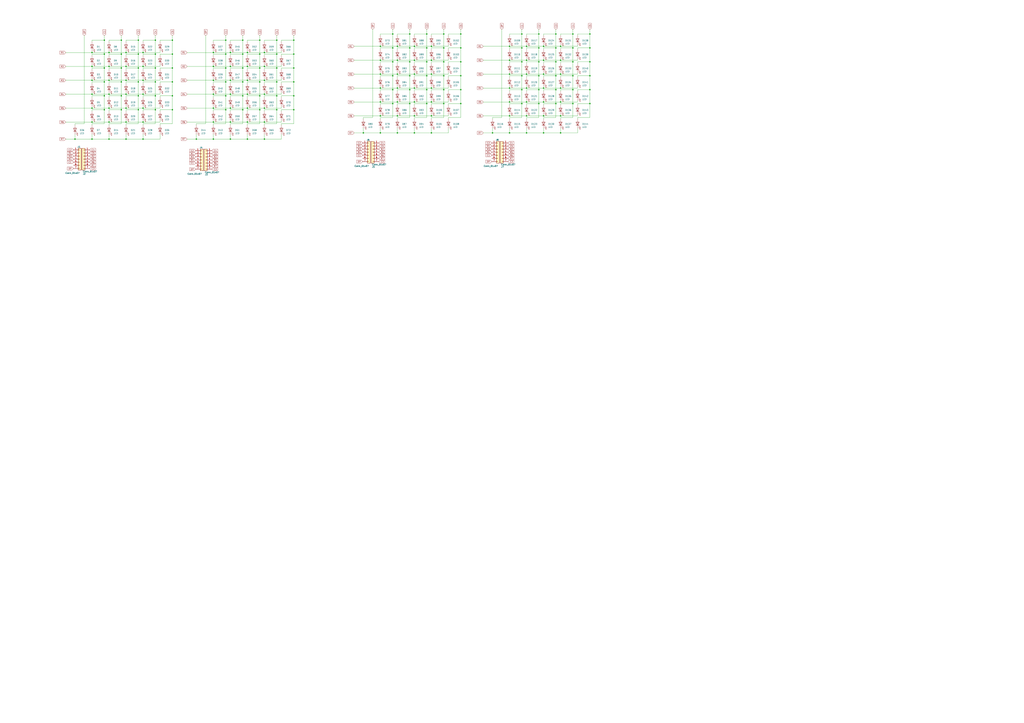
<source format=kicad_sch>
(kicad_sch (version 20230121) (generator eeschema)
  (paper "A1")
  (junction (at 113.665 90.17))
  (junction (at 484.505 27.94))
  (junction (at 199.39 90.17))
  (junction (at 117.475 77.47))
  (junction (at 117.475 88.9))
  (junction (at 340.36 95.25))
  (junction (at 326.39 49.53))
  (junction (at 227.33 55.88))
  (junction (at 364.49 50.8))
  (junction (at 217.17 54.61))
  (junction (at 99.695 67.31))
  (junction (at 241.3 55.88))
  (junction (at 127.635 90.17))
  (junction (at 432.435 95.25))
  (junction (at 185.42 33.02))
  (junction (at 75.565 43.18))
  (junction (at 185.42 55.88))
  (junction (at 364.49 73.66))
  (junction (at 85.725 33.02))
  (junction (at 312.42 95.25))
  (junction (at 89.535 88.9))
  (junction (at 217.17 100.33))
  (junction (at 484.505 50.8))
  (junction (at 354.33 83.82))
  (junction (at 217.17 66.04))
  (junction (at 199.39 67.31))
  (junction (at 189.23 66.04))
  (junction (at 322.58 50.8))
  (junction (at 350.52 39.37))
  (junction (at 364.49 85.09))
  (junction (at 354.33 72.39))
  (junction (at 227.33 67.31))
  (junction (at 428.625 85.09))
  (junction (at 117.475 66.04))
  (junction (at 336.55 73.66))
  (junction (at 470.535 27.94))
  (junction (at 117.475 43.18))
  (junction (at 350.52 62.23))
  (junction (at 446.405 95.25))
  (junction (at 127.635 44.45))
  (junction (at 312.42 38.1))
  (junction (at 354.33 49.53))
  (junction (at 336.55 27.94))
  (junction (at 446.405 72.39))
  (junction (at 189.23 114.3))
  (junction (at 432.435 60.96))
  (junction (at 185.42 78.74))
  (junction (at 141.605 55.88))
  (junction (at 199.39 44.45))
  (junction (at 326.39 83.82))
  (junction (at 322.58 27.94))
  (junction (at 185.42 67.31))
  (junction (at 213.36 90.17))
  (junction (at 113.665 33.02))
  (junction (at 312.42 72.39))
  (junction (at 428.625 50.8))
  (junction (at 117.475 54.61))
  (junction (at 213.36 67.31))
  (junction (at 75.565 100.33))
  (junction (at 117.475 114.3))
  (junction (at 404.495 109.22))
  (junction (at 470.535 85.09))
  (junction (at 312.42 109.22))
  (junction (at 364.49 62.23))
  (junction (at 322.58 62.23))
  (junction (at 298.45 109.22))
  (junction (at 75.565 66.04))
  (junction (at 312.42 83.82))
  (junction (at 428.625 62.23))
  (junction (at 141.605 90.17))
  (junction (at 141.605 67.31))
  (junction (at 456.565 39.37))
  (junction (at 99.695 55.88))
  (junction (at 470.535 73.66))
  (junction (at 456.565 85.09))
  (junction (at 113.665 55.88))
  (junction (at 227.33 33.02))
  (junction (at 340.36 83.82))
  (junction (at 75.565 114.3))
  (junction (at 446.405 38.1))
  (junction (at 117.475 100.33))
  (junction (at 354.33 109.22))
  (junction (at 189.23 100.33))
  (junction (at 350.52 50.8))
  (junction (at 89.535 100.33))
  (junction (at 141.605 33.02))
  (junction (at 484.505 62.23))
  (junction (at 442.595 62.23))
  (junction (at 217.17 43.18))
  (junction (at 113.665 67.31))
  (junction (at 175.26 77.47))
  (junction (at 199.39 78.74))
  (junction (at 89.535 114.3))
  (junction (at 203.2 100.33))
  (junction (at 378.46 50.8))
  (junction (at 175.26 114.3))
  (junction (at 460.375 95.25))
  (junction (at 418.465 95.25))
  (junction (at 185.42 44.45))
  (junction (at 446.405 109.22))
  (junction (at 217.17 114.3))
  (junction (at 418.465 60.96))
  (junction (at 460.375 49.53))
  (junction (at 312.42 49.53))
  (junction (at 432.435 83.82))
  (junction (at 199.39 55.88))
  (junction (at 141.605 78.74))
  (junction (at 241.3 33.02))
  (junction (at 418.465 83.82))
  (junction (at 484.505 85.09))
  (junction (at 460.375 72.39))
  (junction (at 340.36 60.96))
  (junction (at 484.505 73.66))
  (junction (at 340.36 49.53))
  (junction (at 213.36 55.88))
  (junction (at 432.435 72.39))
  (junction (at 378.46 73.66))
  (junction (at 127.635 33.02))
  (junction (at 442.595 73.66))
  (junction (at 203.2 66.04))
  (junction (at 470.535 39.37))
  (junction (at 99.695 90.17))
  (junction (at 470.535 50.8))
  (junction (at 460.375 38.1))
  (junction (at 217.17 88.9))
  (junction (at 127.635 55.88))
  (junction (at 322.58 39.37))
  (junction (at 161.29 114.3))
  (junction (at 227.33 78.74))
  (junction (at 432.435 109.22))
  (junction (at 456.565 62.23))
  (junction (at 75.565 77.47))
  (junction (at 241.3 90.17))
  (junction (at 189.23 43.18))
  (junction (at 61.595 114.3))
  (junction (at 378.46 27.94))
  (junction (at 85.725 67.31))
  (junction (at 103.505 54.61))
  (junction (at 175.26 66.04))
  (junction (at 89.535 43.18))
  (junction (at 418.465 49.53))
  (junction (at 340.36 72.39))
  (junction (at 484.505 39.37))
  (junction (at 350.52 85.09))
  (junction (at 175.26 54.61))
  (junction (at 326.39 38.1))
  (junction (at 99.695 33.02))
  (junction (at 241.3 44.45))
  (junction (at 432.435 49.53))
  (junction (at 418.465 38.1))
  (junction (at 446.405 60.96))
  (junction (at 103.505 100.33))
  (junction (at 103.505 66.04))
  (junction (at 378.46 39.37))
  (junction (at 89.535 66.04))
  (junction (at 103.505 77.47))
  (junction (at 428.625 27.94))
  (junction (at 354.33 95.25))
  (junction (at 103.505 114.3))
  (junction (at 189.23 54.61))
  (junction (at 364.49 27.94))
  (junction (at 442.595 27.94))
  (junction (at 428.625 39.37))
  (junction (at 99.695 44.45))
  (junction (at 460.375 60.96))
  (junction (at 322.58 73.66))
  (junction (at 127.635 78.74))
  (junction (at 213.36 44.45))
  (junction (at 460.375 109.22))
  (junction (at 326.39 95.25))
  (junction (at 103.505 43.18))
  (junction (at 113.665 78.74))
  (junction (at 336.55 85.09))
  (junction (at 442.595 50.8))
  (junction (at 336.55 62.23))
  (junction (at 203.2 77.47))
  (junction (at 189.23 77.47))
  (junction (at 456.565 27.94))
  (junction (at 175.26 43.18))
  (junction (at 175.26 88.9))
  (junction (at 446.405 83.82))
  (junction (at 103.505 88.9))
  (junction (at 175.26 100.33))
  (junction (at 213.36 78.74))
  (junction (at 89.535 54.61))
  (junction (at 185.42 90.17))
  (junction (at 99.695 78.74))
  (junction (at 378.46 62.23))
  (junction (at 460.375 83.82))
  (junction (at 127.635 67.31))
  (junction (at 85.725 44.45))
  (junction (at 227.33 90.17))
  (junction (at 203.2 43.18))
  (junction (at 85.725 90.17))
  (junction (at 326.39 109.22))
  (junction (at 446.405 49.53))
  (junction (at 350.52 73.66))
  (junction (at 203.2 114.3))
  (junction (at 227.33 44.45))
  (junction (at 203.2 88.9))
  (junction (at 213.36 33.02))
  (junction (at 340.36 109.22))
  (junction (at 322.58 85.09))
  (junction (at 89.535 77.47))
  (junction (at 199.39 33.02))
  (junction (at 85.725 78.74))
  (junction (at 336.55 50.8))
  (junction (at 75.565 88.9))
  (junction (at 418.465 109.22))
  (junction (at 241.3 67.31))
  (junction (at 442.595 39.37))
  (junction (at 456.565 73.66))
  (junction (at 312.42 60.96))
  (junction (at 354.33 60.96))
  (junction (at 364.49 39.37))
  (junction (at 326.39 60.96))
  (junction (at 85.725 55.88))
  (junction (at 336.55 39.37))
  (junction (at 418.465 72.39))
  (junction (at 189.23 88.9))
  (junction (at 340.36 38.1))
  (junction (at 326.39 72.39))
  (junction (at 428.625 73.66))
  (junction (at 470.535 62.23))
  (junction (at 203.2 54.61))
  (junction (at 432.435 38.1))
  (junction (at 75.565 54.61))
  (junction (at 442.595 85.09))
  (junction (at 350.52 27.94))
  (junction (at 378.46 85.09))
  (junction (at 141.605 44.45))
  (junction (at 354.33 38.1))
  (junction (at 241.3 78.74))
  (junction (at 456.565 50.8))
  (junction (at 113.665 44.45))
  (junction (at 217.17 77.47))
  (wire (pts (xy 117.475 76.2) (xy 117.475 77.47)))
  (wire (pts (xy 217.17 67.31) (xy 227.33 67.31)))
  (wire (pts (xy 460.375 60.96) (xy 474.345 60.96)))
  (wire (pts (xy 322.58 96.52) (xy 312.42 96.52)))
  (wire (pts (xy 75.565 68.58) (xy 75.565 67.31)))
  (wire (pts (xy 241.3 44.45) (xy 241.3 33.02)))
  (wire (pts (xy 418.465 85.09) (xy 428.625 85.09)))
  (wire (pts (xy 340.36 48.26) (xy 340.36 49.53)))
  (wire (pts (xy 203.2 43.18) (xy 217.17 43.18)))
  (wire (pts (xy 217.17 80.01) (xy 217.17 78.74)))
  (wire (pts (xy 75.565 99.06) (xy 75.565 100.33)))
  (wire (pts (xy 175.26 87.63) (xy 175.26 88.9)))
  (wire (pts (xy 103.505 100.33) (xy 117.475 100.33)))
  (wire (pts (xy 199.39 44.45) (xy 199.39 55.88)))
  (wire (pts (xy 432.435 96.52) (xy 432.435 97.79)))
  (wire (pts (xy 460.375 93.98) (xy 460.375 95.25)))
  (wire (pts (xy 460.375 52.07) (xy 460.375 50.8)))
  (wire (pts (xy 99.695 29.21) (xy 99.695 33.02)))
  (wire (pts (xy 456.565 96.52) (xy 446.405 96.52)))
  (wire (pts (xy 175.26 44.45) (xy 185.42 44.45)))
  (wire (pts (xy 432.435 83.82) (xy 446.405 83.82)))
  (wire (pts (xy 99.695 33.02) (xy 99.695 44.45)))
  (wire (pts (xy 442.595 39.37) (xy 442.595 50.8)))
  (wire (pts (xy 460.375 82.55) (xy 460.375 83.82)))
  (wire (pts (xy 141.605 44.45) (xy 141.605 33.02)))
  (wire (pts (xy 175.26 99.06) (xy 175.26 100.33)))
  (wire (pts (xy 75.565 76.2) (xy 75.565 77.47)))
  (wire (pts (xy 354.33 60.96) (xy 368.3 60.96)))
  (wire (pts (xy 474.345 60.96) (xy 474.345 59.69)))
  (wire (pts (xy 470.535 39.37) (xy 470.535 50.8)))
  (wire (pts (xy 306.07 96.52) (xy 298.45 96.52)))
  (wire (pts (xy 131.445 34.29) (xy 131.445 33.02)))
  (wire (pts (xy 203.2 100.33) (xy 217.17 100.33)))
  (wire (pts (xy 432.435 52.07) (xy 432.435 50.8)))
  (wire (pts (xy 85.725 44.45) (xy 85.725 55.88)))
  (wire (pts (xy 340.36 38.1) (xy 354.33 38.1)))
  (wire (pts (xy 203.2 33.02) (xy 213.36 33.02)))
  (wire (pts (xy 75.565 67.31) (xy 85.725 67.31)))
  (wire (pts (xy 326.39 29.21) (xy 326.39 27.94)))
  (wire (pts (xy 75.565 43.18) (xy 89.535 43.18)))
  (wire (pts (xy 474.345 27.94) (xy 484.505 27.94)))
  (wire (pts (xy 306.07 24.13) (xy 306.07 96.52)))
  (wire (pts (xy 89.535 67.31) (xy 99.695 67.31)))
  (wire (pts (xy 103.505 53.34) (xy 103.505 54.61)))
  (wire (pts (xy 175.26 90.17) (xy 185.42 90.17)))
  (wire (pts (xy 131.445 77.47) (xy 131.445 76.2)))
  (wire (pts (xy 428.625 24.13) (xy 428.625 27.94)))
  (wire (pts (xy 89.535 101.6) (xy 89.535 102.87)))
  (wire (pts (xy 203.2 78.74) (xy 213.36 78.74)))
  (wire (pts (xy 217.17 45.72) (xy 217.17 44.45)))
  (wire (pts (xy 340.36 82.55) (xy 340.36 83.82)))
  (wire (pts (xy 213.36 67.31) (xy 213.36 78.74)))
  (wire (pts (xy 368.3 86.36) (xy 368.3 85.09)))
  (wire (pts (xy 312.42 39.37) (xy 322.58 39.37)))
  (wire (pts (xy 298.45 109.22) (xy 298.45 105.41)))
  (wire (pts (xy 131.445 101.6) (xy 131.445 102.87)))
  (wire (pts (xy 113.665 29.21) (xy 113.665 33.02)))
  (wire (pts (xy 326.39 27.94) (xy 336.55 27.94)))
  (wire (pts (xy 396.875 72.39) (xy 418.465 72.39)))
  (wire (pts (xy 175.26 101.6) (xy 175.26 102.87)))
  (wire (pts (xy 217.17 99.06) (xy 217.17 100.33)))
  (wire (pts (xy 175.26 41.91) (xy 175.26 43.18)))
  (wire (pts (xy 231.14 43.18) (xy 231.14 41.91)))
  (wire (pts (xy 350.52 24.13) (xy 350.52 27.94)))
  (wire (pts (xy 89.535 41.91) (xy 89.535 43.18)))
  (wire (pts (xy 340.36 74.93) (xy 340.36 73.66)))
  (wire (pts (xy 189.23 78.74) (xy 199.39 78.74)))
  (wire (pts (xy 89.535 87.63) (xy 89.535 88.9)))
  (wire (pts (xy 432.435 49.53) (xy 446.405 49.53)))
  (wire (pts (xy 131.445 45.72) (xy 131.445 44.45)))
  (wire (pts (xy 354.33 39.37) (xy 364.49 39.37)))
  (wire (pts (xy 185.42 67.31) (xy 185.42 78.74)))
  (wire (pts (xy 75.565 33.02) (xy 85.725 33.02)))
  (wire (pts (xy 217.17 43.18) (xy 231.14 43.18)))
  (wire (pts (xy 336.55 62.23) (xy 336.55 73.66)))
  (wire (pts (xy 418.465 72.39) (xy 432.435 72.39)))
  (wire (pts (xy 161.29 101.6) (xy 161.29 102.87)))
  (wire (pts (xy 368.3 62.23) (xy 378.46 62.23)))
  (wire (pts (xy 241.3 78.74) (xy 241.3 67.31)))
  (wire (pts (xy 326.39 73.66) (xy 336.55 73.66)))
  (wire (pts (xy 354.33 71.12) (xy 354.33 72.39)))
  (wire (pts (xy 326.39 71.12) (xy 326.39 72.39)))
  (wire (pts (xy 432.435 38.1) (xy 446.405 38.1)))
  (wire (pts (xy 89.535 66.04) (xy 103.505 66.04)))
  (wire (pts (xy 175.26 45.72) (xy 175.26 44.45)))
  (wire (pts (xy 75.565 114.3) (xy 89.535 114.3)))
  (wire (pts (xy 354.33 105.41) (xy 354.33 109.22)))
  (wire (pts (xy 85.725 29.21) (xy 85.725 33.02)))
  (wire (pts (xy 446.405 29.21) (xy 446.405 27.94)))
  (wire (pts (xy 418.465 73.66) (xy 428.625 73.66)))
  (wire (pts (xy 199.39 67.31) (xy 199.39 78.74)))
  (wire (pts (xy 75.565 41.91) (xy 75.565 43.18)))
  (wire (pts (xy 75.565 66.04) (xy 89.535 66.04)))
  (wire (pts (xy 418.465 86.36) (xy 418.465 85.09)))
  (wire (pts (xy 213.36 29.21) (xy 213.36 33.02)))
  (wire (pts (xy 418.465 93.98) (xy 418.465 95.25)))
  (wire (pts (xy 185.42 78.74) (xy 185.42 90.17)))
  (wire (pts (xy 213.36 55.88) (xy 213.36 67.31)))
  (wire (pts (xy 231.14 100.33) (xy 231.14 99.06)))
  (wire (pts (xy 217.17 44.45) (xy 227.33 44.45)))
  (wire (pts (xy 340.36 27.94) (xy 350.52 27.94)))
  (wire (pts (xy 113.665 67.31) (xy 113.665 78.74)))
  (wire (pts (xy 432.435 39.37) (xy 442.595 39.37)))
  (wire (pts (xy 418.465 52.07) (xy 418.465 50.8)))
  (wire (pts (xy 117.475 110.49) (xy 117.475 114.3)))
  (wire (pts (xy 131.445 57.15) (xy 131.445 55.88)))
  (wire (pts (xy 103.505 68.58) (xy 103.505 67.31)))
  (wire (pts (xy 326.39 95.25) (xy 340.36 95.25)))
  (wire (pts (xy 354.33 109.22) (xy 368.3 109.22)))
  (wire (pts (xy 161.29 114.3) (xy 175.26 114.3)))
  (wire (pts (xy 185.42 29.21) (xy 185.42 33.02)))
  (wire (pts (xy 446.405 63.5) (xy 446.405 62.23)))
  (wire (pts (xy 418.465 63.5) (xy 418.465 62.23)))
  (wire (pts (xy 213.36 33.02) (xy 213.36 44.45)))
  (wire (pts (xy 231.14 33.02) (xy 241.3 33.02)))
  (wire (pts (xy 326.39 40.64) (xy 326.39 39.37)))
  (wire (pts (xy 446.405 50.8) (xy 456.565 50.8)))
  (wire (pts (xy 460.375 38.1) (xy 474.345 38.1)))
  (wire (pts (xy 189.23 67.31) (xy 199.39 67.31)))
  (wire (pts (xy 117.475 114.3) (xy 131.445 114.3)))
  (wire (pts (xy 368.3 29.21) (xy 368.3 27.94)))
  (wire (pts (xy 89.535 91.44) (xy 89.535 90.17)))
  (wire (pts (xy 189.23 68.58) (xy 189.23 67.31)))
  (wire (pts (xy 470.535 73.66) (xy 470.535 85.09)))
  (wire (pts (xy 432.435 85.09) (xy 442.595 85.09)))
  (wire (pts (xy 396.875 95.25) (xy 418.465 95.25)))
  (wire (pts (xy 117.475 77.47) (xy 131.445 77.47)))
  (wire (pts (xy 456.565 39.37) (xy 456.565 50.8)))
  (wire (pts (xy 460.375 49.53) (xy 474.345 49.53)))
  (wire (pts (xy 432.435 50.8) (xy 442.595 50.8)))
  (wire (pts (xy 175.26 91.44) (xy 175.26 90.17)))
  (wire (pts (xy 312.42 63.5) (xy 312.42 62.23)))
  (wire (pts (xy 326.39 52.07) (xy 326.39 50.8)))
  (wire (pts (xy 350.52 39.37) (xy 350.52 50.8)))
  (wire (pts (xy 227.33 67.31) (xy 227.33 78.74)))
  (wire (pts (xy 103.505 91.44) (xy 103.505 90.17)))
  (wire (pts (xy 470.535 62.23) (xy 470.535 73.66)))
  (wire (pts (xy 460.375 62.23) (xy 470.535 62.23)))
  (wire (pts (xy 432.435 82.55) (xy 432.435 83.82)))
  (wire (pts (xy 312.42 29.21) (xy 312.42 27.94)))
  (wire (pts (xy 340.36 72.39) (xy 354.33 72.39)))
  (wire (pts (xy 75.565 101.6) (xy 75.565 102.87)))
  (wire (pts (xy 103.505 80.01) (xy 103.505 78.74)))
  (wire (pts (xy 326.39 74.93) (xy 326.39 73.66)))
  (wire (pts (xy 326.39 83.82) (xy 340.36 83.82)))
  (wire (pts (xy 217.17 77.47) (xy 231.14 77.47)))
  (wire (pts (xy 460.375 27.94) (xy 470.535 27.94)))
  (wire (pts (xy 354.33 52.07) (xy 354.33 50.8)))
  (wire (pts (xy 99.695 90.17) (xy 99.695 101.6)))
  (wire (pts (xy 89.535 90.17) (xy 99.695 90.17)))
  (wire (pts (xy 368.3 60.96) (xy 368.3 59.69)))
  (wire (pts (xy 61.595 114.3) (xy 61.595 110.49)))
  (wire (pts (xy 117.475 67.31) (xy 127.635 67.31)))
  (wire (pts (xy 189.23 100.33) (xy 203.2 100.33)))
  (wire (pts (xy 227.33 55.88) (xy 227.33 67.31)))
  (wire (pts (xy 103.505 41.91) (xy 103.505 43.18)))
  (wire (pts (xy 396.875 83.82) (xy 418.465 83.82)))
  (wire (pts (xy 203.2 99.06) (xy 203.2 100.33)))
  (wire (pts (xy 189.23 101.6) (xy 189.23 102.87)))
  (wire (pts (xy 354.33 48.26) (xy 354.33 49.53)))
  (wire (pts (xy 326.39 85.09) (xy 336.55 85.09)))
  (wire (pts (xy 75.565 90.17) (xy 85.725 90.17)))
  (wire (pts (xy 189.23 77.47) (xy 203.2 77.47)))
  (wire (pts (xy 189.23 53.34) (xy 189.23 54.61)))
  (wire (pts (xy 312.42 85.09) (xy 322.58 85.09)))
  (wire (pts (xy 290.83 72.39) (xy 312.42 72.39)))
  (wire (pts (xy 203.2 67.31) (xy 213.36 67.31)))
  (wire (pts (xy 396.875 109.22) (xy 404.495 109.22)))
  (wire (pts (xy 312.42 48.26) (xy 312.42 49.53)))
  (wire (pts (xy 203.2 44.45) (xy 213.36 44.45)))
  (wire (pts (xy 131.445 100.33) (xy 131.445 99.06)))
  (wire (pts (xy 117.475 43.18) (xy 131.445 43.18)))
  (wire (pts (xy 354.33 62.23) (xy 364.49 62.23)))
  (wire (pts (xy 231.14 110.49) (xy 231.14 114.3)))
  (wire (pts (xy 189.23 57.15) (xy 189.23 55.88)))
  (wire (pts (xy 227.33 33.02) (xy 227.33 44.45)))
  (wire (pts (xy 312.42 96.52) (xy 312.42 97.79)))
  (wire (pts (xy 89.535 55.88) (xy 99.695 55.88)))
  (wire (pts (xy 474.345 85.09) (xy 484.505 85.09)))
  (wire (pts (xy 217.17 76.2) (xy 217.17 77.47)))
  (wire (pts (xy 418.465 83.82) (xy 432.435 83.82)))
  (wire (pts (xy 364.49 27.94) (xy 364.49 39.37)))
  (wire (pts (xy 312.42 60.96) (xy 326.39 60.96)))
  (wire (pts (xy 189.23 64.77) (xy 189.23 66.04)))
  (wire (pts (xy 103.505 45.72) (xy 103.505 44.45)))
  (wire (pts (xy 442.595 27.94) (xy 442.595 39.37)))
  (wire (pts (xy 217.17 68.58) (xy 217.17 67.31)))
  (wire (pts (xy 364.49 85.09) (xy 364.49 96.52)))
  (wire (pts (xy 460.375 74.93) (xy 460.375 73.66)))
  (wire (pts (xy 474.345 29.21) (xy 474.345 27.94)))
  (wire (pts (xy 103.505 78.74) (xy 113.665 78.74)))
  (wire (pts (xy 203.2 57.15) (xy 203.2 55.88)))
  (wire (pts (xy 418.465 49.53) (xy 432.435 49.53)))
  (wire (pts (xy 103.505 87.63) (xy 103.505 88.9)))
  (wire (pts (xy 354.33 38.1) (xy 368.3 38.1)))
  (wire (pts (xy 442.595 85.09) (xy 442.595 96.52)))
  (wire (pts (xy 474.345 96.52) (xy 474.345 97.79)))
  (wire (pts (xy 175.26 64.77) (xy 175.26 66.04)))
  (wire (pts (xy 312.42 109.22) (xy 326.39 109.22)))
  (wire (pts (xy 368.3 95.25) (xy 368.3 93.98)))
  (wire (pts (xy 336.55 73.66) (xy 336.55 85.09)))
  (wire (pts (xy 185.42 101.6) (xy 175.26 101.6)))
  (wire (pts (xy 326.39 60.96) (xy 340.36 60.96)))
  (wire (pts (xy 460.375 86.36) (xy 460.375 85.09)))
  (wire (pts (xy 460.375 40.64) (xy 460.375 39.37)))
  (wire (pts (xy 185.42 90.17) (xy 185.42 101.6)))
  (wire (pts (xy 368.3 83.82) (xy 368.3 82.55)))
  (wire (pts (xy 428.625 96.52) (xy 418.465 96.52)))
  (wire (pts (xy 368.3 105.41) (xy 368.3 109.22)))
  (wire (pts (xy 290.83 60.96) (xy 312.42 60.96)))
  (wire (pts (xy 103.505 66.04) (xy 117.475 66.04)))
  (wire (pts (xy 368.3 27.94) (xy 378.46 27.94)))
  (wire (pts (xy 203.2 110.49) (xy 203.2 114.3)))
  (wire (pts (xy 474.345 86.36) (xy 474.345 85.09)))
  (wire (pts (xy 127.635 90.17) (xy 127.635 101.6)))
  (wire (pts (xy 75.565 34.29) (xy 75.565 33.02)))
  (wire (pts (xy 89.535 88.9) (xy 103.505 88.9)))
  (wire (pts (xy 418.465 96.52) (xy 418.465 97.79)))
  (wire (pts (xy 103.505 101.6) (xy 103.505 102.87)))
  (wire (pts (xy 428.625 27.94) (xy 428.625 39.37)))
  (wire (pts (xy 474.345 63.5) (xy 474.345 62.23)))
  (wire (pts (xy 474.345 95.25) (xy 474.345 93.98)))
  (wire (pts (xy 460.375 96.52) (xy 460.375 97.79)))
  (wire (pts (xy 340.36 63.5) (xy 340.36 62.23)))
  (wire (pts (xy 117.475 68.58) (xy 117.475 67.31)))
  (wire (pts (xy 153.67 88.9) (xy 175.26 88.9)))
  (wire (pts (xy 217.17 88.9) (xy 231.14 88.9)))
  (wire (pts (xy 474.345 105.41) (xy 474.345 109.22)))
  (wire (pts (xy 117.475 44.45) (xy 127.635 44.45)))
  (wire (pts (xy 290.83 109.22) (xy 298.45 109.22)))
  (wire (pts (xy 227.33 90.17) (xy 227.33 101.6)))
  (wire (pts (xy 131.445 91.44) (xy 131.445 90.17)))
  (wire (pts (xy 474.345 50.8) (xy 484.505 50.8)))
  (wire (pts (xy 312.42 36.83) (xy 312.42 38.1)))
  (wire (pts (xy 85.725 101.6) (xy 75.565 101.6)))
  (wire (pts (xy 364.49 73.66) (xy 364.49 85.09)))
  (wire (pts (xy 312.42 82.55) (xy 312.42 83.82)))
  (wire (pts (xy 432.435 40.64) (xy 432.435 39.37)))
  (wire (pts (xy 446.405 83.82) (xy 460.375 83.82)))
  (wire (pts (xy 290.83 83.82) (xy 312.42 83.82)))
  (wire (pts (xy 189.23 88.9) (xy 203.2 88.9)))
  (wire (pts (xy 340.36 73.66) (xy 350.52 73.66)))
  (wire (pts (xy 131.445 55.88) (xy 141.605 55.88)))
  (wire (pts (xy 117.475 41.91) (xy 117.475 43.18)))
  (wire (pts (xy 89.535 43.18) (xy 103.505 43.18)))
  (wire (pts (xy 217.17 110.49) (xy 217.17 114.3)))
  (wire (pts (xy 484.505 62.23) (xy 484.505 50.8)))
  (wire (pts (xy 442.595 96.52) (xy 432.435 96.52)))
  (wire (pts (xy 446.405 49.53) (xy 460.375 49.53)))
  (wire (pts (xy 189.23 80.01) (xy 189.23 78.74)))
  (wire (pts (xy 103.505 114.3) (xy 117.475 114.3)))
  (wire (pts (xy 241.3 33.02) (xy 241.3 29.21)))
  (wire (pts (xy 446.405 74.93) (xy 446.405 73.66)))
  (wire (pts (xy 127.635 44.45) (xy 127.635 55.88)))
  (wire (pts (xy 217.17 90.17) (xy 227.33 90.17)))
  (wire (pts (xy 340.36 95.25) (xy 354.33 95.25)))
  (wire (pts (xy 474.345 38.1) (xy 474.345 36.83)))
  (wire (pts (xy 484.505 27.94) (xy 484.505 24.13)))
  (wire (pts (xy 460.375 109.22) (xy 474.345 109.22)))
  (wire (pts (xy 312.42 50.8) (xy 322.58 50.8)))
  (wire (pts (xy 340.36 60.96) (xy 354.33 60.96)))
  (wire (pts (xy 312.42 95.25) (xy 326.39 95.25)))
  (wire (pts (xy 418.465 71.12) (xy 418.465 72.39)))
  (wire (pts (xy 213.36 90.17) (xy 213.36 101.6)))
  (wire (pts (xy 432.435 105.41) (xy 432.435 109.22)))
  (wire (pts (xy 99.695 78.74) (xy 99.695 90.17)))
  (wire (pts (xy 354.33 49.53) (xy 368.3 49.53)))
  (wire (pts (xy 378.46 39.37) (xy 378.46 27.94)))
  (wire (pts (xy 412.115 24.13) (xy 412.115 96.52)))
  (wire (pts (xy 312.42 40.64) (xy 312.42 39.37)))
  (wire (pts (xy 326.39 63.5) (xy 326.39 62.23)))
  (wire (pts (xy 241.3 67.31) (xy 241.3 55.88)))
  (wire (pts (xy 89.535 64.77) (xy 89.535 66.04)))
  (wire (pts (xy 474.345 52.07) (xy 474.345 50.8)))
  (wire (pts (xy 203.2 88.9) (xy 217.17 88.9)))
  (wire (pts (xy 446.405 38.1) (xy 460.375 38.1)))
  (wire (pts (xy 312.42 52.07) (xy 312.42 50.8)))
  (wire (pts (xy 368.3 52.07) (xy 368.3 50.8)))
  (wire (pts (xy 460.375 83.82) (xy 474.345 83.82)))
  (wire (pts (xy 127.635 78.74) (xy 127.635 90.17)))
  (wire (pts (xy 231.14 88.9) (xy 231.14 87.63)))
  (wire (pts (xy 378.46 27.94) (xy 378.46 24.13)))
  (wire (pts (xy 340.36 109.22) (xy 354.33 109.22)))
  (wire (pts (xy 89.535 114.3) (xy 103.505 114.3)))
  (wire (pts (xy 89.535 78.74) (xy 99.695 78.74)))
  (wire (pts (xy 53.975 88.9) (xy 75.565 88.9)))
  (wire (pts (xy 484.505 96.52) (xy 484.505 85.09)))
  (wire (pts (xy 175.26 33.02) (xy 185.42 33.02)))
  (wire (pts (xy 418.465 82.55) (xy 418.465 83.82)))
  (wire (pts (xy 217.17 87.63) (xy 217.17 88.9)))
  (wire (pts (xy 312.42 74.93) (xy 312.42 73.66)))
  (wire (pts (xy 117.475 100.33) (xy 131.445 100.33)))
  (wire (pts (xy 241.3 90.17) (xy 241.3 78.74)))
  (wire (pts (xy 127.635 67.31) (xy 127.635 78.74)))
  (wire (pts (xy 340.36 59.69) (xy 340.36 60.96)))
  (wire (pts (xy 153.67 54.61) (xy 175.26 54.61)))
  (wire (pts (xy 418.465 109.22) (xy 432.435 109.22)))
  (wire (pts (xy 350.52 85.09) (xy 350.52 96.52)))
  (wire (pts (xy 456.565 62.23) (xy 456.565 73.66)))
  (wire (pts (xy 103.505 54.61) (xy 117.475 54.61)))
  (wire (pts (xy 89.535 45.72) (xy 89.535 44.45)))
  (wire (pts (xy 153.67 77.47) (xy 175.26 77.47)))
  (wire (pts (xy 474.345 96.52) (xy 484.505 96.52)))
  (wire (pts (xy 141.605 67.31) (xy 141.605 55.88)))
  (wire (pts (xy 460.375 95.25) (xy 474.345 95.25)))
  (wire (pts (xy 460.375 39.37) (xy 470.535 39.37)))
  (wire (pts (xy 175.26 53.34) (xy 175.26 54.61)))
  (wire (pts (xy 89.535 33.02) (xy 99.695 33.02)))
  (wire (pts (xy 336.55 50.8) (xy 336.55 62.23)))
  (wire (pts (xy 203.2 41.91) (xy 203.2 43.18)))
  (wire (pts (xy 227.33 44.45) (xy 227.33 55.88)))
  (wire (pts (xy 89.535 68.58) (xy 89.535 67.31)))
  (wire (pts (xy 340.36 40.64) (xy 340.36 39.37)))
  (wire (pts (xy 322.58 85.09) (xy 322.58 96.52)))
  (wire (pts (xy 364.49 50.8) (xy 364.49 62.23)))
  (wire (pts (xy 456.565 50.8) (xy 456.565 62.23)))
  (wire (pts (xy 442.595 24.13) (xy 442.595 27.94)))
  (wire (pts (xy 460.375 85.09) (xy 470.535 85.09)))
  (wire (pts (xy 103.505 67.31) (xy 113.665 67.31)))
  (wire (pts (xy 168.91 29.21) (xy 168.91 101.6)))
  (wire (pts (xy 117.475 90.17) (xy 127.635 90.17)))
  (wire (pts (xy 312.42 73.66) (xy 322.58 73.66)))
  (wire (pts (xy 231.14 90.17) (xy 241.3 90.17)))
  (wire (pts (xy 312.42 59.69) (xy 312.42 60.96)))
  (wire (pts (xy 340.36 49.53) (xy 354.33 49.53)))
  (wire (pts (xy 446.405 72.39) (xy 460.375 72.39)))
  (wire (pts (xy 298.45 109.22) (xy 312.42 109.22)))
  (wire (pts (xy 227.33 101.6) (xy 217.17 101.6)))
  (wire (pts (xy 153.67 43.18) (xy 175.26 43.18)))
  (wire (pts (xy 103.505 64.77) (xy 103.505 66.04)))
  (wire (pts (xy 231.14 78.74) (xy 241.3 78.74)))
  (wire (pts (xy 354.33 86.36) (xy 354.33 85.09)))
  (wire (pts (xy 127.635 29.21) (xy 127.635 33.02)))
  (wire (pts (xy 474.345 74.93) (xy 474.345 73.66)))
  (wire (pts (xy 213.36 78.74) (xy 213.36 90.17)))
  (wire (pts (xy 364.49 96.52) (xy 354.33 96.52)))
  (wire (pts (xy 322.58 62.23) (xy 322.58 73.66)))
  (wire (pts (xy 326.39 72.39) (xy 340.36 72.39)))
  (wire (pts (xy 350.52 50.8) (xy 350.52 62.23)))
  (wire (pts (xy 340.36 62.23) (xy 350.52 62.23)))
  (wire (pts (xy 340.36 96.52) (xy 340.36 97.79)))
  (wire (pts (xy 199.39 78.74) (xy 199.39 90.17)))
  (wire (pts (xy 117.475 34.29) (xy 117.475 33.02)))
  (wire (pts (xy 428.625 62.23) (xy 428.625 73.66)))
  (wire (pts (xy 117.475 99.06) (xy 117.475 100.33)))
  (wire (pts (xy 368.3 85.09) (xy 378.46 85.09)))
  (wire (pts (xy 456.565 85.09) (xy 456.565 96.52)))
  (wire (pts (xy 203.2 91.44) (xy 203.2 90.17)))
  (wire (pts (xy 326.39 93.98) (xy 326.39 95.25)))
  (wire (pts (xy 131.445 43.18) (xy 131.445 41.91)))
  (wire (pts (xy 61.595 114.3) (xy 75.565 114.3)))
  (wire (pts (xy 53.975 54.61) (xy 75.565 54.61)))
  (wire (pts (xy 131.445 88.9) (xy 131.445 87.63)))
  (wire (pts (xy 404.495 96.52) (xy 404.495 97.79)))
  (wire (pts (xy 175.26 80.01) (xy 175.26 78.74)))
  (wire (pts (xy 175.26 67.31) (xy 185.42 67.31)))
  (wire (pts (xy 175.26 114.3) (xy 189.23 114.3)))
  (wire (pts (xy 217.17 57.15) (xy 217.17 55.88)))
  (wire (pts (xy 354.33 50.8) (xy 364.49 50.8)))
  (wire (pts (xy 432.435 95.25) (xy 446.405 95.25)))
  (wire (pts (xy 364.49 62.23) (xy 364.49 73.66)))
  (wire (pts (xy 418.465 95.25) (xy 432.435 95.25)))
  (wire (pts (xy 127.635 55.88) (xy 127.635 67.31)))
  (wire (pts (xy 85.725 78.74) (xy 85.725 90.17)))
  (wire (pts (xy 75.565 88.9) (xy 89.535 88.9)))
  (wire (pts (xy 446.405 71.12) (xy 446.405 72.39)))
  (wire (pts (xy 189.23 110.49) (xy 189.23 114.3)))
  (wire (pts (xy 474.345 62.23) (xy 484.505 62.23)))
  (wire (pts (xy 231.14 55.88) (xy 241.3 55.88)))
  (wire (pts (xy 326.39 39.37) (xy 336.55 39.37)))
  (wire (pts (xy 231.14 54.61) (xy 231.14 53.34)))
  (wire (pts (xy 113.665 55.88) (xy 113.665 67.31)))
  (wire (pts (xy 418.465 36.83) (xy 418.465 38.1)))
  (wire (pts (xy 231.14 80.01) (xy 231.14 78.74)))
  (wire (pts (xy 75.565 54.61) (xy 89.535 54.61)))
  (wire (pts (xy 322.58 73.66) (xy 322.58 85.09)))
  (wire (pts (xy 203.2 101.6) (xy 203.2 102.87)))
  (wire (pts (xy 89.535 54.61) (xy 103.505 54.61)))
  (wire (pts (xy 61.595 101.6) (xy 61.595 102.87)))
  (wire (pts (xy 75.565 57.15) (xy 75.565 55.88)))
  (wire (pts (xy 460.375 29.21) (xy 460.375 27.94)))
  (wire (pts (xy 217.17 33.02) (xy 227.33 33.02)))
  (wire (pts (xy 432.435 71.12) (xy 432.435 72.39)))
  (wire (pts (xy 326.39 62.23) (xy 336.55 62.23)))
  (wire (pts (xy 175.26 43.18) (xy 189.23 43.18)))
  (wire (pts (xy 340.36 50.8) (xy 350.52 50.8)))
  (wire (pts (xy 231.14 68.58) (xy 231.14 67.31)))
  (wire (pts (xy 460.375 72.39) (xy 474.345 72.39)))
  (wire (pts (xy 312.42 72.39) (xy 326.39 72.39)))
  (wire (pts (xy 131.445 68.58) (xy 131.445 67.31)))
  (wire (pts (xy 75.565 87.63) (xy 75.565 88.9)))
  (wire (pts (xy 446.405 62.23) (xy 456.565 62.23)))
  (wire (pts (xy 189.23 87.63) (xy 189.23 88.9)))
  (wire (pts (xy 290.83 38.1) (xy 312.42 38.1)))
  (wire (pts (xy 336.55 96.52) (xy 326.39 96.52)))
  (wire (pts (xy 131.445 44.45) (xy 141.605 44.45)))
  (wire (pts (xy 474.345 83.82) (xy 474.345 82.55)))
  (wire (pts (xy 175.26 88.9) (xy 189.23 88.9)))
  (wire (pts (xy 418.465 50.8) (xy 428.625 50.8)))
  (wire (pts (xy 460.375 48.26) (xy 460.375 49.53)))
  (wire (pts (xy 298.45 96.52) (xy 298.45 97.79)))
  (wire (pts (xy 484.505 85.09) (xy 484.505 73.66)))
  (wire (pts (xy 290.83 95.25) (xy 312.42 95.25)))
  (wire (pts (xy 312.42 62.23) (xy 322.58 62.23)))
  (wire (pts (xy 354.33 82.55) (xy 354.33 83.82)))
  (wire (pts (xy 312.42 83.82) (xy 326.39 83.82)))
  (wire (pts (xy 89.535 34.29) (xy 89.535 33.02)))
  (wire (pts (xy 103.505 90.17) (xy 113.665 90.17)))
  (wire (pts (xy 231.14 101.6) (xy 241.3 101.6)))
  (wire (pts (xy 175.26 66.04) (xy 189.23 66.04)))
  (wire (pts (xy 199.39 101.6) (xy 189.23 101.6)))
  (wire (pts (xy 75.565 53.34) (xy 75.565 54.61)))
  (wire (pts (xy 231.14 67.31) (xy 241.3 67.31)))
  (wire (pts (xy 175.26 57.15) (xy 175.26 55.88)))
  (wire (pts (xy 189.23 43.18) (xy 203.2 43.18)))
  (wire (pts (xy 131.445 101.6) (xy 141.605 101.6)))
  (wire (pts (xy 131.445 80.01) (xy 131.445 78.74)))
  (wire (pts (xy 368.3 72.39) (xy 368.3 71.12)))
  (wire (pts (xy 418.465 27.94) (xy 428.625 27.94)))
  (wire (pts (xy 117.475 80.01) (xy 117.475 78.74)))
  (wire (pts (xy 470.535 85.09) (xy 470.535 96.52)))
  (wire (pts (xy 203.2 45.72) (xy 203.2 44.45)))
  (wire (pts (xy 368.3 50.8) (xy 378.46 50.8)))
  (wire (pts (xy 127.635 33.02) (xy 127.635 44.45)))
  (wire (pts (xy 99.695 44.45) (xy 99.695 55.88)))
  (wire (pts (xy 53.975 77.47) (xy 75.565 77.47)))
  (wire (pts (xy 312.42 105.41) (xy 312.42 109.22)))
  (wire (pts (xy 75.565 110.49) (xy 75.565 114.3)))
  (wire (pts (xy 312.42 49.53) (xy 326.39 49.53)))
  (wire (pts (xy 364.49 24.13) (xy 364.49 27.94)))
  (wire (pts (xy 75.565 91.44) (xy 75.565 90.17)))
  (wire (pts (xy 460.375 36.83) (xy 460.375 38.1)))
  (wire (pts (xy 312.42 27.94) (xy 322.58 27.94)))
  (wire (pts (xy 203.2 55.88) (xy 213.36 55.88)))
  (wire (pts (xy 117.475 53.34) (xy 117.475 54.61)))
  (wire (pts (xy 460.375 63.5) (xy 460.375 62.23)))
  (wire (pts (xy 89.535 76.2) (xy 89.535 77.47)))
  (wire (pts (xy 322.58 39.37) (xy 322.58 50.8)))
  (wire (pts (xy 175.26 110.49) (xy 175.26 114.3)))
  (wire (pts (xy 117.475 57.15) (xy 117.475 55.88)))
  (wire (pts (xy 446.405 82.55) (xy 446.405 83.82)))
  (wire (pts (xy 175.26 55.88) (xy 185.42 55.88)))
  (wire (pts (xy 75.565 55.88) (xy 85.725 55.88)))
  (wire (pts (xy 418.465 29.21) (xy 418.465 27.94)))
  (wire (pts (xy 378.46 73.66) (xy 378.46 62.23)))
  (wire (pts (xy 474.345 72.39) (xy 474.345 71.12)))
  (wire (pts (xy 131.445 90.17) (xy 141.605 90.17)))
  (wire (pts (xy 460.375 59.69) (xy 460.375 60.96)))
  (wire (pts (xy 474.345 49.53) (xy 474.345 48.26)))
  (wire (pts (xy 322.58 24.13) (xy 322.58 27.94)))
  (wire (pts (xy 113.665 33.02) (xy 113.665 44.45)))
  (wire (pts (xy 432.435 62.23) (xy 442.595 62.23)))
  (wire (pts (xy 241.3 101.6) (xy 241.3 90.17)))
  (wire (pts (xy 432.435 36.83) (xy 432.435 38.1)))
  (wire (pts (xy 103.505 34.29) (xy 103.505 33.02)))
  (wire (pts (xy 89.535 53.34) (xy 89.535 54.61)))
  (wire (pts (xy 446.405 27.94) (xy 456.565 27.94)))
  (wire (pts (xy 428.625 73.66) (xy 428.625 85.09)))
  (wire (pts (xy 217.17 66.04) (xy 231.14 66.04)))
  (wire (pts (xy 203.2 80.01) (xy 203.2 78.74)))
  (wire (pts (xy 354.33 83.82) (xy 368.3 83.82)))
  (wire (pts (xy 428.625 50.8) (xy 428.625 62.23)))
  (wire (pts (xy 368.3 40.64) (xy 368.3 39.37)))
  (wire (pts (xy 354.33 63.5) (xy 354.33 62.23)))
  (wire (pts (xy 446.405 40.64) (xy 446.405 39.37)))
  (wire (pts (xy 432.435 63.5) (xy 432.435 62.23)))
  (wire (pts (xy 396.875 60.96) (xy 418.465 60.96)))
  (wire (pts (xy 312.42 38.1) (xy 326.39 38.1)))
  (wire (pts (xy 175.26 54.61) (xy 189.23 54.61)))
  (wire (pts (xy 474.345 40.64) (xy 474.345 39.37)))
  (wire (pts (xy 131.445 54.61) (xy 131.445 53.34)))
  (wire (pts (xy 231.14 34.29) (xy 231.14 33.02)))
  (wire (pts (xy 378.46 85.09) (xy 378.46 73.66)))
  (wire (pts (xy 446.405 48.26) (xy 446.405 49.53)))
  (wire (pts (xy 99.695 67.31) (xy 99.695 78.74)))
  (wire (pts (xy 446.405 95.25) (xy 460.375 95.25)))
  (wire (pts (xy 217.17 34.29) (xy 217.17 33.02)))
  (wire (pts (xy 446.405 52.07) (xy 446.405 50.8)))
  (wire (pts (xy 131.445 78.74) (xy 141.605 78.74)))
  (wire (pts (xy 231.14 77.47) (xy 231.14 76.2)))
  (wire (pts (xy 312.42 86.36) (xy 312.42 85.09)))
  (wire (pts (xy 340.36 71.12) (xy 340.36 72.39)))
  (wire (pts (xy 456.565 73.66) (xy 456.565 85.09)))
  (wire (pts (xy 446.405 36.83) (xy 446.405 38.1)))
  (wire (pts (xy 203.2 87.63) (xy 203.2 88.9)))
  (wire (pts (xy 231.14 101.6) (xy 231.14 102.87)))
  (wire (pts (xy 396.875 38.1) (xy 418.465 38.1)))
  (wire (pts (xy 189.23 91.44) (xy 189.23 90.17)))
  (wire (pts (xy 127.635 101.6) (xy 117.475 101.6)))
  (wire (pts (xy 217.17 114.3) (xy 231.14 114.3)))
  (wire (pts (xy 340.36 85.09) (xy 350.52 85.09)))
  (wire (pts (xy 141.605 90.17) (xy 141.605 78.74)))
  (wire (pts (xy 203.2 53.34) (xy 203.2 54.61)))
  (wire (pts (xy 432.435 48.26) (xy 432.435 49.53)))
  (wire (pts (xy 199.39 90.17) (xy 199.39 101.6)))
  (wire (pts (xy 340.36 52.07) (xy 340.36 50.8)))
  (wire (pts (xy 53.975 100.33) (xy 75.565 100.33)))
  (wire (pts (xy 131.445 110.49) (xy 131.445 114.3)))
  (wire (pts (xy 141.605 33.02) (xy 141.605 29.21)))
  (wire (pts (xy 53.975 66.04) (xy 75.565 66.04)))
  (wire (pts (xy 354.33 73.66) (xy 364.49 73.66)))
  (wire (pts (xy 470.535 24.13) (xy 470.535 27.94)))
  (wire (pts (xy 89.535 110.49) (xy 89.535 114.3)))
  (wire (pts (xy 368.3 74.93) (xy 368.3 73.66)))
  (wire (pts (xy 446.405 39.37) (xy 456.565 39.37)))
  (wire (pts (xy 131.445 33.02) (xy 141.605 33.02)))
  (wire (pts (xy 432.435 86.36) (xy 432.435 85.09)))
  (wire (pts (xy 354.33 96.52) (xy 354.33 97.79)))
  (wire (pts (xy 217.17 54.61) (xy 231.14 54.61)))
  (wire (pts (xy 189.23 41.91) (xy 189.23 43.18)))
  (wire (pts (xy 446.405 73.66) (xy 456.565 73.66)))
  (wire (pts (xy 326.39 36.83) (xy 326.39 38.1)))
  (wire (pts (xy 432.435 59.69) (xy 432.435 60.96)))
  (wire (pts (xy 446.405 60.96) (xy 460.375 60.96)))
  (wire (pts (xy 336.55 24.13) (xy 336.55 27.94)))
  (wire (pts (xy 354.33 85.09) (xy 364.49 85.09)))
  (wire (pts (xy 350.52 96.52) (xy 340.36 96.52)))
  (wire (pts (xy 350.52 62.23) (xy 350.52 73.66)))
  (wire (pts (xy 75.565 45.72) (xy 75.565 44.45)))
  (wire (pts (xy 432.435 60.96) (xy 446.405 60.96)))
  (wire (pts (xy 189.23 54.61) (xy 203.2 54.61)))
  (wire (pts (xy 446.405 93.98) (xy 446.405 95.25)))
  (wire (pts (xy 432.435 109.22) (xy 446.405 109.22)))
  (wire (pts (xy 418.465 38.1) (xy 432.435 38.1)))
  (wire (pts (xy 113.665 101.6) (xy 103.505 101.6)))
  (wire (pts (xy 350.52 73.66) (xy 350.52 85.09)))
  (wire (pts (xy 312.42 93.98) (xy 312.42 95.25)))
  (wire (pts (xy 89.535 57.15) (xy 89.535 55.88)))
  (wire (pts (xy 113.665 44.45) (xy 113.665 55.88)))
  (wire (pts (xy 185.42 55.88) (xy 185.42 67.31)))
  (wire (pts (xy 53.975 43.18) (xy 75.565 43.18)))
  (wire (pts (xy 69.215 29.21) (xy 69.215 101.6)))
  (wire (pts (xy 189.23 33.02) (xy 199.39 33.02)))
  (wire (pts (xy 117.475 64.77) (xy 117.475 66.04)))
  (wire (pts (xy 474.345 39.37) (xy 484.505 39.37)))
  (wire (pts (xy 203.2 68.58) (xy 203.2 67.31)))
  (wire (pts (xy 203.2 90.17) (xy 213.36 90.17)))
  (wire (pts (xy 231.14 57.15) (xy 231.14 55.88)))
  (wire (pts (xy 368.3 96.52) (xy 368.3 97.79)))
  (wire (pts (xy 75.565 100.33) (xy 89.535 100.33)))
  (wire (pts (xy 113.665 78.74) (xy 113.665 90.17)))
  (wire (pts (xy 368.3 49.53) (xy 368.3 48.26)))
  (wire (pts (xy 432.435 27.94) (xy 442.595 27.94)))
  (wire (pts (xy 217.17 101.6) (xy 217.17 102.87)))
  (wire (pts (xy 153.67 66.04) (xy 175.26 66.04)))
  (wire (pts (xy 175.26 76.2) (xy 175.26 77.47)))
  (wire (pts (xy 326.39 50.8) (xy 336.55 50.8)))
  (wire (pts (xy 326.39 82.55) (xy 326.39 83.82)))
  (wire (pts (xy 484.505 39.37) (xy 484.505 27.94)))
  (wire (pts (xy 103.505 43.18) (xy 117.475 43.18)))
  (wire (pts (xy 460.375 73.66) (xy 470.535 73.66)))
  (wire (pts (xy 290.83 49.53) (xy 312.42 49.53)))
  (wire (pts (xy 326.39 105.41) (xy 326.39 109.22)))
  (wire (pts (xy 340.36 83.82) (xy 354.33 83.82)))
  (wire (pts (xy 175.26 78.74) (xy 185.42 78.74)))
  (wire (pts (xy 117.475 88.9) (xy 131.445 88.9)))
  (wire (pts (xy 404.495 109.22) (xy 418.465 109.22)))
  (wire (pts (xy 368.3 73.66) (xy 378.46 73.66)))
  (wire (pts (xy 227.33 29.21) (xy 227.33 33.02)))
  (wire (pts (xy 326.39 109.22) (xy 340.36 109.22)))
  (wire (pts (xy 103.505 76.2) (xy 103.505 77.47)))
  (wire (pts (xy 446.405 96.52) (xy 446.405 97.79)))
  (wire (pts (xy 470.535 96.52) (xy 460.375 96.52)))
  (wire (pts (xy 368.3 38.1) (xy 368.3 36.83)))
  (wire (pts (xy 354.33 72.39) (xy 368.3 72.39)))
  (wire (pts (xy 484.505 50.8) (xy 484.505 39.37)))
  (wire (pts (xy 203.2 114.3) (xy 217.17 114.3)))
  (wire (pts (xy 99.695 101.6) (xy 89.535 101.6)))
  (wire (pts (xy 241.3 55.88) (xy 241.3 44.45)))
  (wire (pts (xy 203.2 66.04) (xy 217.17 66.04)))
  (wire (pts (xy 203.2 64.77) (xy 203.2 66.04)))
  (wire (pts (xy 141.605 78.74) (xy 141.605 67.31)))
  (wire (pts (xy 189.23 34.29) (xy 189.23 33.02)))
  (wire (pts (xy 227.33 78.74) (xy 227.33 90.17)))
  (wire (pts (xy 189.23 90.17) (xy 199.39 90.17)))
  (wire (pts (xy 354.33 95.25) (xy 368.3 95.25)))
  (wire (pts (xy 217.17 91.44) (xy 217.17 90.17)))
  (wire (pts (xy 189.23 44.45) (xy 199.39 44.45)))
  (wire (pts (xy 368.3 63.5) (xy 368.3 62.23)))
  (wire (pts (xy 378.46 50.8) (xy 378.46 39.37)))
  (wire (pts (xy 168.91 101.6) (xy 161.29 101.6)))
  (wire (pts (xy 175.26 68.58) (xy 175.26 67.31)))
  (wire (pts (xy 117.475 33.02) (xy 127.635 33.02)))
  (wire (pts (xy 113.665 90.17) (xy 113.665 101.6)))
  (wire (pts (xy 213.36 44.45) (xy 213.36 55.88)))
  (wire (pts (xy 446.405 86.36) (xy 446.405 85.09)))
  (wire (pts (xy 75.565 64.77) (xy 75.565 66.04)))
  (wire (pts (xy 203.2 77.47) (xy 217.17 77.47)))
  (wire (pts (xy 470.535 50.8) (xy 470.535 62.23)))
  (wire (pts (xy 354.33 27.94) (xy 364.49 27.94)))
  (wire (pts (xy 75.565 78.74) (xy 85.725 78.74)))
  (wire (pts (xy 312.42 71.12) (xy 312.42 72.39)))
  (wire (pts (xy 474.345 73.66) (xy 484.505 73.66)))
  (wire (pts (xy 199.39 55.88) (xy 199.39 67.31)))
  (wire (pts (xy 418.465 48.26) (xy 418.465 49.53)))
  (wire (pts (xy 103.505 44.45) (xy 113.665 44.45)))
  (wire (pts (xy 89.535 100.33) (xy 103.505 100.33)))
  (wire (pts (xy 354.33 29.21) (xy 354.33 27.94)))
  (wire (pts (xy 340.36 105.41) (xy 340.36 109.22)))
  (wire (pts (xy 117.475 55.88) (xy 127.635 55.88)))
  (wire (pts (xy 326.39 49.53) (xy 340.36 49.53)))
  (wire (pts (xy 85.725 33.02) (xy 85.725 44.45)))
  (wire (pts (xy 89.535 80.01) (xy 89.535 78.74)))
  (wire (pts (xy 326.39 59.69) (xy 326.39 60.96)))
  (wire (pts (xy 326.39 38.1) (xy 340.36 38.1)))
  (wire (pts (xy 103.505 57.15) (xy 103.505 55.88)))
  (wire (pts (xy 199.39 33.02) (xy 199.39 44.45)))
  (wire (pts (xy 350.52 27.94) (xy 350.52 39.37)))
  (wire (pts (xy 203.2 76.2) (xy 203.2 77.47)))
  (wire (pts (xy 75.565 77.47) (xy 89.535 77.47)))
  (wire (pts (xy 446.405 109.22) (xy 460.375 109.22)))
  (wire (pts (xy 418.465 60.96) (xy 432.435 60.96)))
  (wire (pts (xy 117.475 101.6) (xy 117.475 102.87)))
  (wire (pts (xy 141.605 55.88) (xy 141.605 44.45)))
  (wire (pts (xy 326.39 86.36) (xy 326.39 85.09)))
  (wire (pts (xy 418.465 62.23) (xy 428.625 62.23)))
  (wire (pts (xy 199.39 29.21) (xy 199.39 33.02)))
  (wire (pts (xy 99.695 55.88) (xy 99.695 67.31)))
  (wire (pts (xy 217.17 100.33) (xy 231.14 100.33)))
  (wire (pts (xy 85.725 67.31) (xy 85.725 78.74)))
  (wire (pts (xy 336.55 27.94) (xy 336.55 39.37)))
  (wire (pts (xy 153.67 100.33) (xy 175.26 100.33)))
  (wire (pts (xy 378.46 62.23) (xy 378.46 50.8)))
  (wire (pts (xy 428.625 85.09) (xy 428.625 96.52)))
  (wire (pts (xy 354.33 36.83) (xy 354.33 38.1)))
  (wire (pts (xy 203.2 34.29) (xy 203.2 33.02)))
  (wire (pts (xy 418.465 59.69) (xy 418.465 60.96)))
  (wire (pts (xy 85.725 55.88) (xy 85.725 67.31)))
  (wire (pts (xy 354.33 40.64) (xy 354.33 39.37)))
  (wire (pts (xy 203.2 54.61) (xy 217.17 54.61)))
  (wire (pts (xy 175.26 77.47) (xy 189.23 77.47)))
  (wire (pts (xy 189.23 76.2) (xy 189.23 77.47)))
  (wire (pts (xy 189.23 99.06) (xy 189.23 100.33)))
  (wire (pts (xy 89.535 44.45) (xy 99.695 44.45)))
  (wire (pts (xy 117.475 66.04) (xy 131.445 66.04)))
  (wire (pts (xy 185.42 33.02) (xy 185.42 44.45)))
  (wire (pts (xy 141.605 101.6) (xy 141.605 90.17)))
  (wire (pts (xy 131.445 66.04) (xy 131.445 64.77)))
  (wire (pts (xy 354.33 93.98) (xy 354.33 95.25)))
  (wire (pts (xy 404.495 109.22) (xy 404.495 105.41)))
  (wire (pts (xy 354.33 74.93) (xy 354.33 73.66)))
  (wire (pts (xy 103.505 110.49) (xy 103.505 114.3)))
  (wire (pts (xy 185.42 44.45) (xy 185.42 55.88)))
  (wire (pts (xy 231.14 44.45) (xy 241.3 44.45)))
  (wire (pts (xy 432.435 93.98) (xy 432.435 95.25)))
  (wire (pts (xy 368.3 39.37) (xy 378.46 39.37)))
  (wire (pts (xy 396.875 49.53) (xy 418.465 49.53)))
  (wire (pts (xy 460.375 71.12) (xy 460.375 72.39)))
  (wire (pts (xy 231.14 45.72) (xy 231.14 44.45)))
  (wire (pts (xy 322.58 27.94) (xy 322.58 39.37)))
  (wire (pts (xy 161.29 114.3) (xy 161.29 110.49)))
  (wire (pts (xy 103.505 55.88) (xy 113.665 55.88)))
  (wire (pts (xy 326.39 48.26) (xy 326.39 49.53)))
  (wire (pts (xy 432.435 72.39) (xy 446.405 72.39)))
  (wire (pts (xy 103.505 88.9) (xy 117.475 88.9)))
  (wire (pts (xy 117.475 78.74) (xy 127.635 78.74)))
  (wire (pts (xy 456.565 27.94) (xy 456.565 39.37)))
  (wire (pts (xy 378.46 96.52) (xy 378.46 85.09)))
  (wire (pts (xy 336.55 85.09) (xy 336.55 96.52)))
  (wire (pts (xy 103.505 33.02) (xy 113.665 33.02)))
  (wire (pts (xy 446.405 59.69) (xy 446.405 60.96)))
  (wire (pts (xy 217.17 78.74) (xy 227.33 78.74)))
  (wire (pts (xy 432.435 74.93) (xy 432.435 73.66)))
  (wire (pts (xy 189.23 45.72) (xy 189.23 44.45)))
  (wire (pts (xy 484.505 73.66) (xy 484.505 62.23)))
  (wire (pts (xy 217.17 53.34) (xy 217.17 54.61)))
  (wire (pts (xy 470.535 27.94) (xy 470.535 39.37)))
  (wire (pts (xy 322.58 50.8) (xy 322.58 62.23)))
  (wire (pts (xy 217.17 55.88) (xy 227.33 55.88)))
  (wire (pts (xy 418.465 39.37) (xy 428.625 39.37)))
  (wire (pts (xy 418.465 74.93) (xy 418.465 73.66)))
  (wire (pts (xy 213.36 101.6) (xy 203.2 101.6)))
  (wire (pts (xy 446.405 105.41) (xy 446.405 109.22)))
  (wire (pts (xy 340.36 86.36) (xy 340.36 85.09)))
  (wire (pts (xy 368.3 96.52) (xy 378.46 96.52)))
  (wire (pts (xy 53.975 114.3) (xy 61.595 114.3)))
  (wire (pts (xy 442.595 73.66) (xy 442.595 85.09)))
  (wire (pts (xy 131.445 67.31) (xy 141.605 67.31)))
  (wire (pts (xy 340.36 36.83) (xy 340.36 38.1)))
  (wire (pts (xy 432.435 29.21) (xy 432.435 27.94)))
  (wire (pts (xy 364.49 39.37) (xy 364.49 50.8)))
  (wire (pts (xy 418.465 105.41) (xy 418.465 109.22)))
  (wire (pts (xy 103.505 99.06) (xy 103.505 100.33)))
  (wire (pts (xy 428.625 39.37) (xy 428.625 50.8)))
  (wire (pts (xy 117.475 87.63) (xy 117.475 88.9)))
  (wire (pts (xy 412.115 96.52) (xy 404.495 96.52)))
  (wire (pts (xy 85.725 90.17) (xy 85.725 101.6)))
  (wire (pts (xy 117.475 54.61) (xy 131.445 54.61)))
  (wire (pts (xy 89.535 77.47) (xy 103.505 77.47)))
  (wire (pts (xy 89.535 99.06) (xy 89.535 100.33)))
  (wire (pts (xy 446.405 85.09) (xy 456.565 85.09)))
  (wire (pts (xy 231.14 66.04) (xy 231.14 64.77)))
  (wire (pts (xy 217.17 64.77) (xy 217.17 66.04)))
  (wire (pts (xy 75.565 44.45) (xy 85.725 44.45)))
  (wire (pts (xy 153.67 114.3) (xy 161.29 114.3)))
  (wire (pts (xy 340.36 39.37) (xy 350.52 39.37)))
  (wire (pts (xy 418.465 40.64) (xy 418.465 39.37)))
  (wire (pts (xy 336.55 39.37) (xy 336.55 50.8)))
  (wire (pts (xy 326.39 96.52) (xy 326.39 97.79)))
  (wire (pts (xy 340.36 93.98) (xy 340.36 95.25)))
  (wire (pts (xy 231.14 91.44) (xy 231.14 90.17)))
  (wire (pts (xy 456.565 24.13) (xy 456.565 27.94)))
  (wire (pts (xy 175.26 100.33) (xy 189.23 100.33)))
  (wire (pts (xy 340.36 29.21) (xy 340.36 27.94)))
  (wire (pts (xy 69.215 101.6) (xy 61.595 101.6)))
  (wire (pts (xy 175.26 34.29) (xy 175.26 33.02)))
  (wire (pts (xy 432.435 73.66) (xy 442.595 73.66)))
  (wire (pts (xy 460.375 50.8) (xy 470.535 50.8)))
  (wire (pts (xy 75.565 80.01) (xy 75.565 78.74)))
  (wire (pts (xy 117.475 45.72) (xy 117.475 44.45)))
  (wire (pts (xy 189.23 55.88) (xy 199.39 55.88)))
  (wire (pts (xy 442.595 62.23) (xy 442.595 73.66)))
  (wire (pts (xy 103.505 77.47) (xy 117.475 77.47)))
  (wire (pts (xy 189.23 66.04) (xy 203.2 66.04)))
  (wire (pts (xy 442.595 50.8) (xy 442.595 62.23)))
  (wire (pts (xy 189.23 114.3) (xy 203.2 114.3)))
  (wire (pts (xy 460.375 105.41) (xy 460.375 109.22)))
  (wire (pts (xy 217.17 41.91) (xy 217.17 43.18)))
  (wire (pts (xy 117.475 91.44) (xy 117.475 90.17)))
  (wire (pts (xy 354.33 59.69) (xy 354.33 60.96)))
  (global_label "C5" (shape input) (at 241.3 29.21 90) (property "Intersheetrefs" "${INTERSHEET_REFS}" (effects hide)))
  (global_label "C5" (shape input) (at 417.195 120.015 0) (property "Intersheetrefs" "${INTERSHEET_REFS}" (effects hide)))
  (global_label "C1" (shape input) (at 403.86 127.635 180) (property "Intersheetrefs" "${INTERSHEET_REFS}" (effects hide)))
  (global_label "R2" (shape input) (at 290.83 49.53 180) (property "Intersheetrefs" "${INTERSHEET_REFS}" (effects hide)))
  (global_label "R6" (shape input) (at 53.975 100.33 180) (property "Intersheetrefs" "${INTERSHEET_REFS}" (effects hide)))
  (global_label "C2" (shape input) (at 442.595 24.13 90) (property "Intersheetrefs" "${INTERSHEET_REFS}" (effects hide)))
  (global_label "DP" (shape input) (at 412.115 24.13 90) (property "Intersheetrefs" "${INTERSHEET_REFS}" (effects hide)))
  (global_label "R4" (shape input) (at 60.325 130.81 180) (property "Intersheetrefs" "${INTERSHEET_REFS}" (effects hide)))
  (global_label "R1" (shape input) (at 60.325 125.73 180) (property "Intersheetrefs" "${INTERSHEET_REFS}" (effects hide)))
  (global_label "R3" (shape input) (at 160.655 128.905 180) (property "Intersheetrefs" "${INTERSHEET_REFS}" (effects hide)))
  (global_label "R2" (shape input) (at 311.15 122.555 0) (property "Intersheetrefs" "${INTERSHEET_REFS}" (effects hide)))
  (global_label "C1" (shape input) (at 297.815 127.635 180) (property "Intersheetrefs" "${INTERSHEET_REFS}" (effects hide)))
  (global_label "C1" (shape input) (at 160.655 133.985 180) (property "Intersheetrefs" "${INTERSHEET_REFS}" (effects hide)))
  (global_label "R1" (shape input) (at 403.86 120.015 180) (property "Intersheetrefs" "${INTERSHEET_REFS}" (effects hide)))
  (global_label "R7" (shape input) (at 396.875 109.22 180) (property "Intersheetrefs" "${INTERSHEET_REFS}" (effects hide)))
  (global_label "R6" (shape input) (at 153.67 100.33 180) (property "Intersheetrefs" "${INTERSHEET_REFS}" (effects hide)))
  (global_label "C4" (shape input) (at 364.49 24.13 90) (property "Intersheetrefs" "${INTERSHEET_REFS}" (effects hide)))
  (global_label "DP" (shape input) (at 69.215 29.21 90) (property "Intersheetrefs" "${INTERSHEET_REFS}" (effects hide)))
  (global_label "R7" (shape input) (at 311.15 130.175 0) (property "Intersheetrefs" "${INTERSHEET_REFS}" (effects hide)))
  (global_label "R4" (shape input) (at 403.86 125.095 180) (property "Intersheetrefs" "${INTERSHEET_REFS}" (effects hide)))
  (global_label "C2" (shape input) (at 99.695 29.21 90) (property "Intersheetrefs" "${INTERSHEET_REFS}" (effects hide)))
  (global_label "C5" (shape input) (at 141.605 29.21 90) (property "Intersheetrefs" "${INTERSHEET_REFS}" (effects hide)))
  (global_label "R2" (shape input) (at 417.195 122.555 0) (property "Intersheetrefs" "${INTERSHEET_REFS}" (effects hide)))
  (global_label "R4" (shape input) (at 297.815 125.095 180) (property "Intersheetrefs" "${INTERSHEET_REFS}" (effects hide)))
  (global_label "R6" (shape input) (at 173.99 133.985 0) (property "Intersheetrefs" "${INTERSHEET_REFS}" (effects hide)))
  (global_label "R5" (shape input) (at 53.975 88.9 180) (property "Intersheetrefs" "${INTERSHEET_REFS}" (effects hide)))
  (global_label "R5" (shape input) (at 417.195 125.095 0) (property "Intersheetrefs" "${INTERSHEET_REFS}" (effects hide)))
  (global_label "R7" (shape input) (at 173.99 136.525 0) (property "Intersheetrefs" "${INTERSHEET_REFS}" (effects hide)))
  (global_label "R7" (shape input) (at 73.66 135.89 0) (property "Intersheetrefs" "${INTERSHEET_REFS}" (effects hide)))
  (global_label "R1" (shape input) (at 160.655 126.365 180) (property "Intersheetrefs" "${INTERSHEET_REFS}" (effects hide)))
  (global_label "C5" (shape input) (at 378.46 24.13 90) (property "Intersheetrefs" "${INTERSHEET_REFS}" (effects hide)))
  (global_label "R1" (shape input) (at 297.815 120.015 180) (property "Intersheetrefs" "${INTERSHEET_REFS}" (effects hide)))
  (global_label "C3" (shape input) (at 173.99 139.065 0) (property "Intersheetrefs" "${INTERSHEET_REFS}" (effects hide)))
  (global_label "DP" (shape input) (at 403.86 132.715 180) (property "Intersheetrefs" "${INTERSHEET_REFS}" (effects hide)))
  (global_label "DP" (shape input) (at 168.91 29.21 90) (property "Intersheetrefs" "${INTERSHEET_REFS}" (effects hide)))
  (global_label "R4" (shape input) (at 290.83 72.39 180) (property "Intersheetrefs" "${INTERSHEET_REFS}" (effects hide)))
  (global_label "C2" (shape input) (at 336.55 24.13 90) (property "Intersheetrefs" "${INTERSHEET_REFS}" (effects hide)))
  (global_label "C4" (shape input) (at 417.195 117.475 0) (property "Intersheetrefs" "${INTERSHEET_REFS}" (effects hide)))
  (global_label "R5" (shape input) (at 173.99 131.445 0) (property "Intersheetrefs" "${INTERSHEET_REFS}" (effects hide)))
  (global_label "DP" (shape input) (at 306.07 24.13 90) (property "Intersheetrefs" "${INTERSHEET_REFS}" (effects hide)))
  (global_label "C3" (shape input) (at 350.52 24.13 90) (property "Intersheetrefs" "${INTERSHEET_REFS}" (effects hide)))
  (global_label "C3" (shape input) (at 113.665 29.21 90) (property "Intersheetrefs" "${INTERSHEET_REFS}" (effects hide)))
  (global_label "R7" (shape input) (at 417.195 130.175 0) (property "Intersheetrefs" "${INTERSHEET_REFS}" (effects hide)))
  (global_label "R2" (shape input) (at 396.875 49.53 180) (property "Intersheetrefs" "${INTERSHEET_REFS}" (effects hide)))
  (global_label "C1" (shape input) (at 85.725 29.21 90) (property "Intersheetrefs" "${INTERSHEET_REFS}" (effects hide)))
  (global_label "C4" (shape input) (at 127.635 29.21 90) (property "Intersheetrefs" "${INTERSHEET_REFS}" (effects hide)))
  (global_label "R3" (shape input) (at 290.83 60.96 180) (property "Intersheetrefs" "${INTERSHEET_REFS}" (effects hide)))
  (global_label "R1" (shape input) (at 53.975 43.18 180) (property "Intersheetrefs" "${INTERSHEET_REFS}" (effects hide)))
  (global_label "C3" (shape input) (at 417.195 132.715 0) (property "Intersheetrefs" "${INTERSHEET_REFS}" (effects hide)))
  (global_label "R3" (shape input) (at 403.86 122.555 180) (property "Intersheetrefs" "${INTERSHEET_REFS}" (effects hide)))
  (global_label "R2" (shape input) (at 73.66 128.27 0) (property "Intersheetrefs" "${INTERSHEET_REFS}" (effects hide)))
  (global_label "R1" (shape input) (at 153.67 43.18 180) (property "Intersheetrefs" "${INTERSHEET_REFS}" (effects hide)))
  (global_label "R4" (shape input) (at 153.67 77.47 180) (property "Intersheetrefs" "${INTERSHEET_REFS}" (effects hide)))
  (global_label "R2" (shape input) (at 53.975 54.61 180) (property "Intersheetrefs" "${INTERSHEET_REFS}" (effects hide)))
  (global_label "R2" (shape input) (at 153.67 54.61 180) (property "Intersheetrefs" "${INTERSHEET_REFS}" (effects hide)))
  (global_label "C5" (shape input) (at 311.15 120.015 0) (property "Intersheetrefs" "${INTERSHEET_REFS}" (effects hide)))
  (global_label "C2" (shape input) (at 403.86 117.475 180) (property "Intersheetrefs" "${INTERSHEET_REFS}" (effects hide)))
  (global_label "C1" (shape input) (at 185.42 29.21 90) (property "Intersheetrefs" "${INTERSHEET_REFS}" (effects hide)))
  (global_label "R6" (shape input) (at 73.66 133.35 0) (property "Intersheetrefs" "${INTERSHEET_REFS}" (effects hide)))
  (global_label "R7" (shape input) (at 153.67 114.3 180) (property "Intersheetrefs" "${INTERSHEET_REFS}" (effects hide)))
  (global_label "R1" (shape input) (at 396.875 38.1 180) (property "Intersheetrefs" "${INTERSHEET_REFS}" (effects hide)))
  (global_label "R5" (shape input) (at 73.66 130.81 0) (property "Intersheetrefs" "${INTERSHEET_REFS}" (effects hide)))
  (global_label "C4" (shape input) (at 73.66 123.19 0) (property "Intersheetrefs" "${INTERSHEET_REFS}" (effects hide)))
  (global_label "C2" (shape input) (at 297.815 117.475 180) (property "Intersheetrefs" "${INTERSHEET_REFS}" (effects hide)))
  (global_label "R4" (shape input) (at 53.975 77.47 180) (property "Intersheetrefs" "${INTERSHEET_REFS}" (effects hide)))
  (global_label "C3" (shape input) (at 213.36 29.21 90) (property "Intersheetrefs" "${INTERSHEET_REFS}" (effects hide)))
  (global_label "R3" (shape input) (at 153.67 66.04 180) (property "Intersheetrefs" "${INTERSHEET_REFS}" (effects hide)))
  (global_label "R6" (shape input) (at 311.15 127.635 0) (property "Intersheetrefs" "${INTERSHEET_REFS}" (effects hide)))
  (global_label "R5" (shape input) (at 311.15 125.095 0) (property "Intersheetrefs" "${INTERSHEET_REFS}" (effects hide)))
  (global_label "R6" (shape input) (at 396.875 95.25 180) (property "Intersheetrefs" "${INTERSHEET_REFS}" (effects hide)))
  (global_label "C3" (shape input) (at 311.15 132.715 0) (property "Intersheetrefs" "${INTERSHEET_REFS}" (effects hide)))
  (global_label "C4" (shape input) (at 173.99 123.825 0) (property "Intersheetrefs" "${INTERSHEET_REFS}" (effects hide)))
  (global_label "R3" (shape input) (at 396.875 60.96 180) (property "Intersheetrefs" "${INTERSHEET_REFS}" (effects hide)))
  (global_label "C2" (shape input) (at 160.655 123.825 180) (property "Intersheetrefs" "${INTERSHEET_REFS}" (effects hide)))
  (global_label "C3" (shape input) (at 73.66 138.43 0) (property "Intersheetrefs" "${INTERSHEET_REFS}" (effects hide)))
  (global_label "C4" (shape input) (at 227.33 29.21 90) (property "Intersheetrefs" "${INTERSHEET_REFS}" (effects hide)))
  (global_label "R2" (shape input) (at 173.99 128.905 0) (property "Intersheetrefs" "${INTERSHEET_REFS}" (effects hide)))
  (global_label "R7" (shape input) (at 290.83 109.22 180) (property "Intersheetrefs" "${INTERSHEET_REFS}" (effects hide)))
  (global_label "R1" (shape input) (at 290.83 38.1 180) (property "Intersheetrefs" "${INTERSHEET_REFS}" (effects hide)))
  (global_label "C5" (shape input) (at 73.66 125.73 0) (property "Intersheetrefs" "${INTERSHEET_REFS}" (effects hide)))
  (global_label "R5" (shape input) (at 396.875 83.82 180) (property "Intersheetrefs" "${INTERSHEET_REFS}" (effects hide)))
  (global_label "DP" (shape input) (at 60.325 138.43 180) (property "Intersheetrefs" "${INTERSHEET_REFS}" (effects hide)))
  (global_label "R6" (shape input) (at 290.83 95.25 180) (property "Intersheetrefs" "${INTERSHEET_REFS}" (effects hide)))
  (global_label "C4" (shape input) (at 311.15 117.475 0) (property "Intersheetrefs" "${INTERSHEET_REFS}" (effects hide)))
  (global_label "R5" (shape input) (at 153.67 88.9 180) (property "Intersheetrefs" "${INTERSHEET_REFS}" (effects hide)))
  (global_label "C4" (shape input) (at 470.535 24.13 90) (property "Intersheetrefs" "${INTERSHEET_REFS}" (effects hide)))
  (global_label "R3" (shape input) (at 297.815 122.555 180) (property "Intersheetrefs" "${INTERSHEET_REFS}" (effects hide)))
  (global_label "C3" (shape input) (at 456.565 24.13 90) (property "Intersheetrefs" "${INTERSHEET_REFS}" (effects hide)))
  (global_label "R7" (shape input) (at 53.975 114.3 180) (property "Intersheetrefs" "${INTERSHEET_REFS}" (effects hide)))
  (global_label "R5" (shape input) (at 290.83 83.82 180) (property "Intersheetrefs" "${INTERSHEET_REFS}" (effects hide)))
  (global_label "C1" (shape input) (at 428.625 24.13 90) (property "Intersheetrefs" "${INTERSHEET_REFS}" (effects hide)))
  (global_label "R3" (shape input) (at 60.325 128.27 180) (property "Intersheetrefs" "${INTERSHEET_REFS}" (effects hide)))
  (global_label "DP" (shape input) (at 160.655 139.065 180) (property "Intersheetrefs" "${INTERSHEET_REFS}" (effects hide)))
  (global_label "C1" (shape input) (at 322.58 24.13 90) (property "Intersheetrefs" "${INTERSHEET_REFS}" (effects hide)))
  (global_label "R4" (shape input) (at 396.875 72.39 180) (property "Intersheetrefs" "${INTERSHEET_REFS}" (effects hide)))
  (global_label "R4" (shape input) (at 160.655 131.445 180) (property "Intersheetrefs" "${INTERSHEET_REFS}" (effects hide)))
  (global_label "C5" (shape input) (at 484.505 24.13 90) (property "Intersheetrefs" "${INTERSHEET_REFS}" (effects hide)))
  (global_label "C2" (shape input) (at 199.39 29.21 90) (property "Intersheetrefs" "${INTERSHEET_REFS}" (effects hide)))
  (global_label "R6" (shape input) (at 417.195 127.635 0) (property "Intersheetrefs" "${INTERSHEET_REFS}" (effects hide)))
  (global_label "C5" (shape input) (at 173.99 126.365 0) (property "Intersheetrefs" "${INTERSHEET_REFS}" (effects hide)))
  (global_label "C2" (shape input) (at 60.325 123.19 180) (property "Intersheetrefs" "${INTERSHEET_REFS}" (effects hide)))
  (global_label "R3" (shape input) (at 53.975 66.04 180) (property "Intersheetrefs" "${INTERSHEET_REFS}" (effects hide)))
  (global_label "C1" (shape input) (at 60.325 133.35 180) (property "Intersheetrefs" "${INTERSHEET_REFS}" (effects hide)))
  (global_label "DP" (shape input) (at 297.815 132.715 180) (property "Intersheetrefs" "${INTERSHEET_REFS}" (effects hide)))
  (symbol (lib_id "Device:LED") (at 418.465 67.31 90) (unit 1)
    (property "Reference" "D112" (at 422.275 67.6275 90) (effects (justify right)))
    (property "Value" "LED" (at 422.275 70.1675 90) (effects (justify right)))
    (property "Footprint" "LED_SMD:LED_0402_1005Metric" (effects hide))
  )
  (symbol (lib_id "Device:LED") (at 189.23 49.53 90) (unit 1)
    (property "Reference" "D46" (at 193.04 49.8475 90) (effects (justify right)))
    (property "Value" "LED" (at 193.04 52.3875 90) (effects (justify right)))
    (property "Footprint" "LED_SMD:LED_0402_1005Metric" (effects hide))
  )
  (symbol (lib_id "Connector_Generic:Conn_01x07") (at 412.115 125.095 0) (mirror y) (unit 1)
    (property "Reference" "J8" (at 409.575 114.935 0) (effects (justify left)))
    (property "Value" "Conn_01x07" (at 408.94 136.525 0) (effects (justify left)))
    (property "Footprint" "Connector_PinHeader_2.54mm:PinHeader_1x07_P2.54mm_Vertical" (effects hide))
  )
  (symbol (lib_id "Device:LED") (at 203.2 83.82 90) (unit 1)
    (property "Reference" "D56" (at 207.01 84.1375 90) (effects (justify right)))
    (property "Value" "LED" (at 207.01 86.6775 90) (effects (justify right)))
    (property "Footprint" "LED_SMD:LED_0402_1005Metric" (effects hide))
  )
  (symbol (lib_id "Connector_Generic:Conn_01x07") (at 168.91 131.445 0) (mirror y) (unit 1)
    (property "Reference" "J4" (at 166.37 121.285 0) (effects (justify left)))
    (property "Value" "Conn_01x07" (at 165.735 142.875 0) (effects (justify left)))
    (property "Footprint" "Connector_PinHeader_2.54mm:PinHeader_1x07_P2.54mm_Vertical" (effects hide))
  )
  (symbol (lib_id "Device:LED") (at 326.39 90.17 90) (unit 1)
    (property "Reference" "D86" (at 330.2 90.4875 90) (effects (justify right)))
    (property "Value" "LED" (at 330.2 93.0275 90) (effects (justify right)))
    (property "Footprint" "LED_SMD:LED_0402_1005Metric" (effects hide))
  )
  (symbol (lib_id "Device:LED") (at 231.14 60.96 90) (unit 1)
    (property "Reference" "D68" (at 234.95 61.2775 90) (effects (justify right)))
    (property "Value" "LED" (at 234.95 63.8175 90) (effects (justify right)))
    (property "Footprint" "LED_SMD:LED_0402_1005Metric" (effects hide))
  )
  (symbol (lib_id "Device:LED") (at 368.3 44.45 90) (unit 1)
    (property "Reference" "D103" (at 372.11 44.7675 90) (effects (justify right)))
    (property "Value" "LED" (at 372.11 47.3075 90) (effects (justify right)))
    (property "Footprint" "LED_SMD:LED_0402_1005Metric" (effects hide))
  )
  (symbol (lib_id "Device:LED") (at 474.345 78.74 90) (unit 1)
    (property "Reference" "D142" (at 478.155 79.0575 90) (effects (justify right)))
    (property "Value" "LED" (at 478.155 81.5975 90) (effects (justify right)))
    (property "Footprint" "LED_SMD:LED_0402_1005Metric" (effects hide))
  )
  (symbol (lib_id "Device:LED") (at 189.23 106.68 90) (unit 1)
    (property "Reference" "D51" (at 193.04 106.9975 90) (effects (justify right)))
    (property "Value" "LED" (at 193.04 109.5375 90) (effects (justify right)))
    (property "Footprint" "LED_SMD:LED_0402_1005Metric" (effects hide))
  )
  (symbol (lib_id "Device:LED") (at 312.42 90.17 90) (unit 1)
    (property "Reference" "D78" (at 316.23 90.4875 90) (effects (justify right)))
    (property "Value" "LED" (at 316.23 93.0275 90) (effects (justify right)))
    (property "Footprint" "LED_SMD:LED_0402_1005Metric" (effects hide))
  )
  (symbol (lib_id "Device:LED") (at 189.23 95.25 90) (unit 1)
    (property "Reference" "D50" (at 193.04 95.5675 90) (effects (justify right)))
    (property "Value" "LED" (at 193.04 98.1075 90) (effects (justify right)))
    (property "Footprint" "LED_SMD:LED_0402_1005Metric" (effects hide))
  )
  (symbol (lib_id "Device:LED") (at 175.26 106.68 90) (unit 1)
    (property "Reference" "D43" (at 179.07 106.9975 90) (effects (justify right)))
    (property "Value" "LED" (at 179.07 109.5375 90) (effects (justify right)))
    (property "Footprint" "LED_SMD:LED_0402_1005Metric" (effects hide))
  )
  (symbol (lib_id "Device:LED") (at 474.345 44.45 90) (unit 1)
    (property "Reference" "D139" (at 478.155 44.7675 90) (effects (justify right)))
    (property "Value" "LED" (at 478.155 47.3075 90) (effects (justify right)))
    (property "Footprint" "LED_SMD:LED_0402_1005Metric" (effects hide))
  )
  (symbol (lib_id "Device:LED") (at 175.26 95.25 90) (unit 1)
    (property "Reference" "D42" (at 179.07 95.5675 90) (effects (justify right)))
    (property "Value" "LED" (at 179.07 98.1075 90) (effects (justify right)))
    (property "Footprint" "LED_SMD:LED_0402_1005Metric" (effects hide))
  )
  (symbol (lib_id "Device:LED") (at 446.405 78.74 90) (unit 1)
    (property "Reference" "D128" (at 450.215 79.0575 90) (effects (justify right)))
    (property "Value" "LED" (at 450.215 81.5975 90) (effects (justify right)))
    (property "Footprint" "LED_SMD:LED_0402_1005Metric" (effects hide))
  )
  (symbol (lib_id "Device:LED") (at 175.26 60.96 90) (unit 1)
    (property "Reference" "D39" (at 179.07 61.2775 90) (effects (justify right)))
    (property "Value" "LED" (at 179.07 63.8175 90) (effects (justify right)))
    (property "Footprint" "LED_SMD:LED_0402_1005Metric" (effects hide))
  )
  (symbol (lib_id "Device:LED") (at 446.405 55.88 90) (unit 1)
    (property "Reference" "D126" (at 450.215 56.1975 90) (effects (justify right)))
    (property "Value" "LED" (at 450.215 58.7375 90) (effects (justify right)))
    (property "Footprint" "LED_SMD:LED_0402_1005Metric" (effects hide))
  )
  (symbol (lib_id "Device:LED") (at 432.435 78.74 90) (unit 1)
    (property "Reference" "D121" (at 436.245 79.0575 90) (effects (justify right)))
    (property "Value" "LED" (at 436.245 81.5975 90) (effects (justify right)))
    (property "Footprint" "LED_SMD:LED_0402_1005Metric" (effects hide))
  )
  (symbol (lib_id "Device:LED") (at 231.14 38.1 90) (unit 1)
    (property "Reference" "D66" (at 234.95 38.4175 90) (effects (justify right)))
    (property "Value" "LED" (at 234.95 40.9575 90) (effects (justify right)))
    (property "Footprint" "LED_SMD:LED_0402_1005Metric" (effects hide))
  )
  (symbol (lib_id "Device:LED") (at 131.445 72.39 90) (unit 1)
    (property "Reference" "D32" (at 135.255 72.7075 90) (effects (justify right)))
    (property "Value" "LED" (at 135.255 75.2475 90) (effects (justify right)))
    (property "Footprint" "LED_SMD:LED_0402_1005Metric" (effects hide))
  )
  (symbol (lib_id "Device:LED") (at 312.42 33.02 90) (unit 1)
    (property "Reference" "D73" (at 316.23 33.3375 90) (effects (justify right)))
    (property "Value" "LED" (at 316.23 35.8775 90) (effects (justify right)))
    (property "Footprint" "LED_SMD:LED_0402_1005Metric" (effects hide))
  )
  (symbol (lib_id "Device:LED") (at 103.505 83.82 90) (unit 1)
    (property "Reference" "D19" (at 107.315 84.1375 90) (effects (justify right)))
    (property "Value" "LED" (at 107.315 86.6775 90) (effects (justify right)))
    (property "Footprint" "LED_SMD:LED_0402_1005Metric" (effects hide))
  )
  (symbol (lib_id "Device:LED") (at 418.465 101.6 90) (unit 1)
    (property "Reference" "D115" (at 422.275 101.9175 90) (effects (justify right)))
    (property "Value" "LED" (at 422.275 104.4575 90) (effects (justify right)))
    (property "Footprint" "LED_SMD:LED_0402_1005Metric" (effects hide))
  )
  (symbol (lib_id "Device:LED") (at 340.36 90.17 90) (unit 1)
    (property "Reference" "D93" (at 344.17 90.4875 90) (effects (justify right)))
    (property "Value" "LED" (at 344.17 93.0275 90) (effects (justify right)))
    (property "Footprint" "LED_SMD:LED_0402_1005Metric" (effects hide))
  )
  (symbol (lib_id "Device:LED") (at 231.14 83.82 90) (unit 1)
    (property "Reference" "D70" (at 234.95 84.1375 90) (effects (justify right)))
    (property "Value" "LED" (at 234.95 86.6775 90) (effects (justify right)))
    (property "Footprint" "LED_SMD:LED_0402_1005Metric" (effects hide))
  )
  (symbol (lib_id "Device:LED") (at 203.2 72.39 90) (unit 1)
    (property "Reference" "D55" (at 207.01 72.7075 90) (effects (justify right)))
    (property "Value" "LED" (at 207.01 75.2475 90) (effects (justify right)))
    (property "Footprint" "LED_SMD:LED_0402_1005Metric" (effects hide))
  )
  (symbol (lib_id "Device:LED") (at 446.405 101.6 90) (unit 1)
    (property "Reference" "D130" (at 450.215 101.9175 90) (effects (justify right)))
    (property "Value" "LED" (at 450.215 104.4575 90) (effects (justify right)))
    (property "Footprint" "LED_SMD:LED_0402_1005Metric" (effects hide))
  )
  (symbol (lib_id "Device:LED") (at 117.475 106.68 90) (unit 1)
    (property "Reference" "D28" (at 121.285 106.9975 90) (effects (justify right)))
    (property "Value" "LED" (at 121.285 109.5375 90) (effects (justify right)))
    (property "Footprint" "LED_SMD:LED_0402_1005Metric" (effects hide))
  )
  (symbol (lib_id "Device:LED") (at 460.375 78.74 90) (unit 1)
    (property "Reference" "D135" (at 464.185 79.0575 90) (effects (justify right)))
    (property "Value" "LED" (at 464.185 81.5975 90) (effects (justify right)))
    (property "Footprint" "LED_SMD:LED_0402_1005Metric" (effects hide))
  )
  (symbol (lib_id "Device:LED") (at 217.17 38.1 90) (unit 1)
    (property "Reference" "D59" (at 220.98 38.4175 90) (effects (justify right)))
    (property "Value" "LED" (at 220.98 40.9575 90) (effects (justify right)))
    (property "Footprint" "LED_SMD:LED_0402_1005Metric" (effects hide))
  )
  (symbol (lib_id "Device:LED") (at 203.2 106.68 90) (unit 1)
    (property "Reference" "D58" (at 207.01 106.9975 90) (effects (justify right)))
    (property "Value" "LED" (at 207.01 109.5375 90) (effects (justify right)))
    (property "Footprint" "LED_SMD:LED_0402_1005Metric" (effects hide))
  )
  (symbol (lib_id "Device:LED") (at 312.42 78.74 90) (unit 1)
    (property "Reference" "D77" (at 316.23 79.0575 90) (effects (justify right)))
    (property "Value" "LED" (at 316.23 81.5975 90) (effects (justify right)))
    (property "Footprint" "LED_SMD:LED_0402_1005Metric" (effects hide))
  )
  (symbol (lib_id "Device:LED") (at 61.595 106.68 90) (unit 1)
    (property "Reference" "D36" (at 65.405 106.9975 90) (effects (justify right)))
    (property "Value" "LED" (at 65.405 109.5375 90) (effects (justify right)))
    (property "Footprint" "LED_SMD:LED_0402_1005Metric" (effects hide))
  )
  (symbol (lib_id "Device:LED") (at 446.405 44.45 90) (unit 1)
    (property "Reference" "D125" (at 450.215 44.7675 90) (effects (justify right)))
    (property "Value" "LED" (at 450.215 47.3075 90) (effects (justify right)))
    (property "Footprint" "LED_SMD:LED_0402_1005Metric" (effects hide))
  )
  (symbol (lib_id "Device:LED") (at 175.26 49.53 90) (unit 1)
    (property "Reference" "D38" (at 179.07 49.8475 90) (effects (justify right)))
    (property "Value" "LED" (at 179.07 52.3875 90) (effects (justify right)))
    (property "Footprint" "LED_SMD:LED_0402_1005Metric" (effects hide))
  )
  (symbol (lib_id "Device:LED") (at 131.445 95.25 90) (unit 1)
    (property "Reference" "D34" (at 135.255 95.5675 90) (effects (justify right)))
    (property "Value" "LED" (at 135.255 98.1075 90) (effects (justify right)))
    (property "Footprint" "LED_SMD:LED_0402_1005Metric" (effects hide))
  )
  (symbol (lib_id "Device:LED") (at 368.3 90.17 90) (unit 1)
    (property "Reference" "D107" (at 372.11 90.4875 90) (effects (justify right)))
    (property "Value" "LED" (at 372.11 93.0275 90) (effects (justify right)))
    (property "Footprint" "LED_SMD:LED_0402_1005Metric" (effects hide))
  )
  (symbol (lib_id "Connector_Generic:Conn_01x07") (at 302.895 125.095 0) (unit 1)
    (property "Reference" "J5" (at 305.435 137.16 0) (effects (justify left)))
    (property "Value" "Conn_01x07" (at 305.435 135.255 0) (effects (justify left)))
    (property "Footprint" "Connector_PinHeader_2.54mm:PinHeader_1x07_P2.54mm_Vertical" (effects hide))
  )
  (symbol (lib_id "Device:LED") (at 175.26 83.82 90) (unit 1)
    (property "Reference" "D41" (at 179.07 84.1375 90) (effects (justify right)))
    (property "Value" "LED" (at 179.07 86.6775 90) (effects (justify right)))
    (property "Footprint" "LED_SMD:LED_0402_1005Metric" (effects hide))
  )
  (symbol (lib_id "Device:LED") (at 231.14 72.39 90) (unit 1)
    (property "Reference" "D69" (at 234.95 72.7075 90) (effects (justify right)))
    (property "Value" "LED" (at 234.95 75.2475 90) (effects (justify right)))
    (property "Footprint" "LED_SMD:LED_0402_1005Metric" (effects hide))
  )
  (symbol (lib_id "Device:LED") (at 117.475 38.1 90) (unit 1)
    (property "Reference" "D22" (at 121.285 38.4175 90) (effects (justify right)))
    (property "Value" "LED" (at 121.285 40.9575 90) (effects (justify right)))
    (property "Footprint" "LED_SMD:LED_0402_1005Metric" (effects hide))
  )
  (symbol (lib_id "Device:LED") (at 117.475 83.82 90) (unit 1)
    (property "Reference" "D26" (at 121.285 84.1375 90) (effects (justify right)))
    (property "Value" "LED" (at 121.285 86.6775 90) (effects (justify right)))
    (property "Footprint" "LED_SMD:LED_0402_1005Metric" (effects hide))
  )
  (symbol (lib_id "Device:LED") (at 103.505 38.1 90) (unit 1)
    (property "Reference" "D15" (at 107.315 38.4175 90) (effects (justify right)))
    (property "Value" "LED" (at 107.315 40.9575 90) (effects (justify right)))
    (property "Footprint" "LED_SMD:LED_0402_1005Metric" (effects hide))
  )
  (symbol (lib_id "Device:LED") (at 312.42 44.45 90) (unit 1)
    (property "Reference" "D74" (at 316.23 44.7675 90) (effects (justify right)))
    (property "Value" "LED" (at 316.23 47.3075 90) (effects (justify right)))
    (property "Footprint" "LED_SMD:LED_0402_1005Metric" (effects hide))
  )
  (symbol (lib_id "Device:LED") (at 312.42 67.31 90) (unit 1)
    (property "Reference" "D76" (at 316.23 67.6275 90) (effects (justify right)))
    (property "Value" "LED" (at 316.23 70.1675 90) (effects (justify right)))
    (property "Footprint" "LED_SMD:LED_0402_1005Metric" (effects hide))
  )
  (symbol (lib_id "Device:LED") (at 217.17 49.53 90) (unit 1)
    (property "Reference" "D60" (at 220.98 49.8475 90) (effects (justify right)))
    (property "Value" "LED" (at 220.98 52.3875 90) (effects (justify right)))
    (property "Footprint" "LED_SMD:LED_0402_1005Metric" (effects hide))
  )
  (symbol (lib_id "Device:LED") (at 89.535 83.82 90) (unit 1)
    (property "Reference" "D12" (at 93.345 84.1375 90) (effects (justify right)))
    (property "Value" "LED" (at 93.345 86.6775 90) (effects (justify right)))
    (property "Footprint" "LED_SMD:LED_0402_1005Metric" (effects hide))
  )
  (symbol (lib_id "Device:LED") (at 474.345 90.17 90) (unit 1)
    (property "Reference" "D143" (at 478.155 90.4875 90) (effects (justify right)))
    (property "Value" "LED" (at 478.155 93.0275 90) (effects (justify right)))
    (property "Footprint" "LED_SMD:LED_0402_1005Metric" (effects hide))
  )
  (symbol (lib_id "Device:LED") (at 354.33 67.31 90) (unit 1)
    (property "Reference" "D98" (at 358.14 67.6275 90) (effects (justify right)))
    (property "Value" "LED" (at 358.14 70.1675 90) (effects (justify right)))
    (property "Footprint" "LED_SMD:LED_0402_1005Metric" (effects hide))
  )
  (symbol (lib_id "Device:LED") (at 75.565 83.82 90) (unit 1)
    (property "Reference" "D5" (at 79.375 84.1375 90) (effects (justify right)))
    (property "Value" "LED" (at 79.375 86.6775 90) (effects (justify right)))
    (property "Footprint" "LED_SMD:LED_0402_1005Metric" (effects hide))
  )
  (symbol (lib_id "Device:LED") (at 432.435 67.31 90) (unit 1)
    (property "Reference" "D120" (at 436.245 67.6275 90) (effects (justify right)))
    (property "Value" "LED" (at 436.245 70.1675 90) (effects (justify right)))
    (property "Footprint" "LED_SMD:LED_0402_1005Metric" (effects hide))
  )
  (symbol (lib_id "Device:LED") (at 404.495 101.6 90) (unit 1)
    (property "Reference" "D116" (at 408.305 101.9175 90) (effects (justify right)))
    (property "Value" "LED" (at 408.305 104.4575 90) (effects (justify right)))
    (property "Footprint" "LED_SMD:LED_0402_1005Metric" (effects hide))
  )
  (symbol (lib_id "Device:LED") (at 354.33 44.45 90) (unit 1)
    (property "Reference" "D96" (at 358.14 44.7675 90) (effects (justify right)))
    (property "Value" "LED" (at 358.14 47.3075 90) (effects (justify right)))
    (property "Footprint" "LED_SMD:LED_0402_1005Metric" (effects hide))
  )
  (symbol (lib_id "Device:LED") (at 312.42 101.6 90) (unit 1)
    (property "Reference" "D79" (at 316.23 101.9175 90) (effects (justify right)))
    (property "Value" "LED" (at 316.23 104.4575 90) (effects (justify right)))
    (property "Footprint" "LED_SMD:LED_0402_1005Metric" (effects hide))
  )
  (symbol (lib_id "Device:LED") (at 75.565 49.53 90) (unit 1)
    (property "Reference" "D2" (at 79.375 49.8475 90) (effects (justify right)))
    (property "Value" "LED" (at 79.375 52.3875 90) (effects (justify right)))
    (property "Footprint" "LED_SMD:LED_0402_1005Metric" (effects hide))
  )
  (symbol (lib_id "Device:LED") (at 75.565 60.96 90) (unit 1)
    (property "Reference" "D3" (at 79.375 61.2775 90) (effects (justify right)))
    (property "Value" "LED" (at 79.375 63.8175 90) (effects (justify right)))
    (property "Footprint" "LED_SMD:LED_0402_1005Metric" (effects hide))
  )
  (symbol (lib_id "Device:LED") (at 161.29 106.68 90) (unit 1)
    (property "Reference" "D44" (at 165.1 106.9975 90) (effects (justify right)))
    (property "Value" "LED" (at 165.1 109.5375 90) (effects (justify right)))
    (property "Footprint" "LED_SMD:LED_0402_1005Metric" (effects hide))
  )
  (symbol (lib_id "Device:LED") (at 89.535 95.25 90) (unit 1)
    (property "Reference" "D13" (at 93.345 95.5675 90) (effects (justify right)))
    (property "Value" "LED" (at 93.345 98.1075 90) (effects (justify right)))
    (property "Footprint" "LED_SMD:LED_0402_1005Metric" (effects hide))
  )
  (symbol (lib_id "Device:LED") (at 103.505 72.39 90) (unit 1)
    (property "Reference" "D18" (at 107.315 72.7075 90) (effects (justify right)))
    (property "Value" "LED" (at 107.315 75.2475 90) (effects (justify right)))
    (property "Footprint" "LED_SMD:LED_0402_1005Metric" (effects hide))
  )
  (symbol (lib_id "Device:LED") (at 354.33 78.74 90) (unit 1)
    (property "Reference" "D99" (at 358.14 79.0575 90) (effects (justify right)))
    (property "Value" "LED" (at 358.14 81.5975 90) (effects (justify right)))
    (property "Footprint" "LED_SMD:LED_0402_1005Metric" (effects hide))
  )
  (symbol (lib_id "Device:LED") (at 326.39 44.45 90) (unit 1)
    (property "Reference" "D82" (at 330.2 44.7675 90) (effects (justify right)))
    (property "Value" "LED" (at 330.2 47.3075 90) (effects (justify right)))
    (property "Footprint" "LED_SMD:LED_0402_1005Metric" (effects hide))
  )
  (symbol (lib_id "Device:LED") (at 189.23 72.39 90) (unit 1)
    (property "Reference" "D48" (at 193.04 72.7075 90) (effects (justify right)))
    (property "Value" "LED" (at 193.04 75.2475 90) (effects (justify right)))
    (property "Footprint" "LED_SMD:LED_0402_1005Metric" (effects hide))
  )
  (symbol (lib_id "Device:LED") (at 446.405 67.31 90) (unit 1)
    (property "Reference" "D127" (at 450.215 67.6275 90) (effects (justify right)))
    (property "Value" "LED" (at 450.215 70.1675 90) (effects (justify right)))
    (property "Footprint" "LED_SMD:LED_0402_1005Metric" (effects hide))
  )
  (symbol (lib_id "Device:LED") (at 131.445 106.68 90) (unit 1)
    (property "Reference" "D35" (at 135.255 106.9975 90) (effects (justify right)))
    (property "Value" "LED" (at 135.255 109.5375 90) (effects (justify right)))
    (property "Footprint" "LED_SMD:LED_0402_1005Metric" (effects hide))
  )
  (symbol (lib_id "Connector_Generic:Conn_01x07") (at 408.94 125.095 0) (unit 1)
    (property "Reference" "J7" (at 411.48 137.16 0) (effects (justify left)))
    (property "Value" "Conn_01x07" (at 411.48 135.255 0) (effects (justify left)))
    (property "Footprint" "Connector_PinHeader_2.54mm:PinHeader_1x07_P2.54mm_Vertical" (effects hide))
  )
  (symbol (lib_id "Device:LED") (at 231.14 49.53 90) (unit 1)
    (property "Reference" "D67" (at 234.95 49.8475 90) (effects (justify right)))
    (property "Value" "LED" (at 234.95 52.3875 90) (effects (justify right)))
    (property "Footprint" "LED_SMD:LED_0402_1005Metric" (effects hide))
  )
  (symbol (lib_id "Device:LED") (at 460.375 67.31 90) (unit 1)
    (property "Reference" "D134" (at 464.185 67.6275 90) (effects (justify right)))
    (property "Value" "LED" (at 464.185 70.1675 90) (effects (justify right)))
    (property "Footprint" "LED_SMD:LED_0402_1005Metric" (effects hide))
  )
  (symbol (lib_id "Device:LED") (at 75.565 38.1 90) (unit 1)
    (property "Reference" "D1" (at 79.375 38.4175 90) (effects (justify right)))
    (property "Value" "LED" (at 79.375 40.9575 90) (effects (justify right)))
    (property "Footprint" "LED_SMD:LED_0402_1005Metric" (effects hide))
  )
  (symbol (lib_id "Device:LED") (at 474.345 101.6 90) (unit 1)
    (property "Reference" "D144" (at 478.155 101.9175 90) (effects (justify right)))
    (property "Value" "LED" (at 478.155 104.4575 90) (effects (justify right)))
    (property "Footprint" "LED_SMD:LED_0402_1005Metric" (effects hide))
  )
  (symbol (lib_id "Device:LED") (at 189.23 38.1 90) (unit 1)
    (property "Reference" "D45" (at 193.04 38.4175 90) (effects (justify right)))
    (property "Value" "LED" (at 193.04 40.9575 90) (effects (justify right)))
    (property "Footprint" "LED_SMD:LED_0402_1005Metric" (effects hide))
  )
  (symbol (lib_id "Device:LED") (at 326.39 55.88 90) (unit 1)
    (property "Reference" "D83" (at 330.2 56.1975 90) (effects (justify right)))
    (property "Value" "LED" (at 330.2 58.7375 90) (effects (justify right)))
    (property "Footprint" "LED_SMD:LED_0402_1005Metric" (effects hide))
  )
  (symbol (lib_id "Device:LED") (at 340.36 78.74 90) (unit 1)
    (property "Reference" "D92" (at 344.17 79.0575 90) (effects (justify right)))
    (property "Value" "LED" (at 344.17 81.5975 90) (effects (justify right)))
    (property "Footprint" "LED_SMD:LED_0402_1005Metric" (effects hide))
  )
  (symbol (lib_id "Device:LED") (at 368.3 78.74 90) (unit 1)
    (property "Reference" "D106" (at 372.11 79.0575 90) (effects (justify right)))
    (property "Value" "LED" (at 372.11 81.5975 90) (effects (justify right)))
    (property "Footprint" "LED_SMD:LED_0402_1005Metric" (effects hide))
  )
  (symbol (lib_id "Device:LED") (at 117.475 95.25 90) (unit 1)
    (property "Reference" "D27" (at 121.285 95.5675 90) (effects (justify right)))
    (property "Value" "LED" (at 121.285 98.1075 90) (effects (justify right)))
    (property "Footprint" "LED_SMD:LED_0402_1005Metric" (effects hide))
  )
  (symbol (lib_id "Device:LED") (at 340.36 67.31 90) (unit 1)
    (property "Reference" "D91" (at 344.17 67.6275 90) (effects (justify right)))
    (property "Value" "LED" (at 344.17 70.1675 90) (effects (justify right)))
    (property "Footprint" "LED_SMD:LED_0402_1005Metric" (effects hide))
  )
  (symbol (lib_id "Device:LED") (at 117.475 60.96 90) (unit 1)
    (property "Reference" "D24" (at 121.285 61.2775 90) (effects (justify right)))
    (property "Value" "LED" (at 121.285 63.8175 90) (effects (justify right)))
    (property "Footprint" "LED_SMD:LED_0402_1005Metric" (effects hide))
  )
  (symbol (lib_id "Device:LED") (at 131.445 38.1 90) (unit 1)
    (property "Reference" "D29" (at 135.255 38.4175 90) (effects (justify right)))
    (property "Value" "LED" (at 135.255 40.9575 90) (effects (justify right)))
    (property "Footprint" "LED_SMD:LED_0402_1005Metric" (effects hide))
  )
  (symbol (lib_id "Device:LED") (at 368.3 33.02 90) (unit 1)
    (property "Reference" "D102" (at 372.11 33.3375 90) (effects (justify right)))
    (property "Value" "LED" (at 372.11 35.8775 90) (effects (justify right)))
    (property "Footprint" "LED_SMD:LED_0402_1005Metric" (effects hide))
  )
  (symbol (lib_id "Device:LED") (at 203.2 95.25 90) (unit 1)
    (property "Reference" "D57" (at 207.01 95.5675 90) (effects (justify right)))
    (property "Value" "LED" (at 207.01 98.1075 90) (effects (justify right)))
    (property "Footprint" "LED_SMD:LED_0402_1005Metric" (effects hide))
  )
  (symbol (lib_id "Device:LED") (at 432.435 44.45 90) (unit 1)
    (property "Reference" "D118" (at 436.245 44.7675 90) (effects (justify right)))
    (property "Value" "LED" (at 436.245 47.3075 90) (effects (justify right)))
    (property "Footprint" "LED_SMD:LED_0402_1005Metric" (effects hide))
  )
  (symbol (lib_id "Device:LED") (at 460.375 55.88 90) (unit 1)
    (property "Reference" "D133" (at 464.185 56.1975 90) (effects (justify right)))
    (property "Value" "LED" (at 464.185 58.7375 90) (effects (justify right)))
    (property "Footprint" "LED_SMD:LED_0402_1005Metric" (effects hide))
  )
  (symbol (lib_id "Device:LED") (at 326.39 33.02 90) (unit 1)
    (property "Reference" "D81" (at 330.2 33.3375 90) (effects (justify right)))
    (property "Value" "LED" (at 330.2 35.8775 90) (effects (justify right)))
    (property "Footprint" "LED_SMD:LED_0402_1005Metric" (effects hide))
  )
  (symbol (lib_id "Device:LED") (at 340.36 55.88 90) (unit 1)
    (property "Reference" "D90" (at 344.17 56.1975 90) (effects (justify right)))
    (property "Value" "LED" (at 344.17 58.7375 90) (effects (justify right)))
    (property "Footprint" "LED_SMD:LED_0402_1005Metric" (effects hide))
  )
  (symbol (lib_id "Device:LED") (at 298.45 101.6 90) (unit 1)
    (property "Reference" "D80" (at 302.26 101.9175 90) (effects (justify right)))
    (property "Value" "LED" (at 302.26 104.4575 90) (effects (justify right)))
    (property "Footprint" "LED_SMD:LED_0402_1005Metric" (effects hide))
  )
  (symbol (lib_id "Device:LED") (at 460.375 101.6 90) (unit 1)
    (property "Reference" "D137" (at 464.185 101.9175 90) (effects (justify right)))
    (property "Value" "LED" (at 464.185 104.4575 90) (effects (justify right)))
    (property "Footprint" "LED_SMD:LED_0402_1005Metric" (effects hide))
  )
  (symbol (lib_id "Device:LED") (at 474.345 67.31 90) (unit 1)
    (property "Reference" "D141" (at 478.155 67.6275 90) (effects (justify right)))
    (property "Value" "LED" (at 478.155 70.1675 90) (effects (justify right)))
    (property "Footprint" "LED_SMD:LED_0402_1005Metric" (effects hide))
  )
  (symbol (lib_id "Device:LED") (at 460.375 44.45 90) (unit 1)
    (property "Reference" "D132" (at 464.185 44.7675 90) (effects (justify right)))
    (property "Value" "LED" (at 464.185 47.3075 90) (effects (justify right)))
    (property "Footprint" "LED_SMD:LED_0402_1005Metric" (effects hide))
  )
  (symbol (lib_id "Device:LED") (at 418.465 55.88 90) (unit 1)
    (property "Reference" "D111" (at 422.275 56.1975 90) (effects (justify right)))
    (property "Value" "LED" (at 422.275 58.7375 90) (effects (justify right)))
    (property "Footprint" "LED_SMD:LED_0402_1005Metric" (effects hide))
  )
  (symbol (lib_id "Device:LED") (at 418.465 78.74 90) (unit 1)
    (property "Reference" "D113" (at 422.275 79.0575 90) (effects (justify right)))
    (property "Value" "LED" (at 422.275 81.5975 90) (effects (justify right)))
    (property "Footprint" "LED_SMD:LED_0402_1005Metric" (effects hide))
  )
  (symbol (lib_id "Device:LED") (at 75.565 106.68 90) (unit 1)
    (property "Reference" "D7" (at 79.375 106.9975 90) (effects (justify right)))
    (property "Value" "LED" (at 79.375 109.5375 90) (effects (justify right)))
    (property "Footprint" "LED_SMD:LED_0402_1005Metric" (effects hide))
  )
  (symbol (lib_id "Device:LED") (at 175.26 72.39 90) (unit 1)
    (property "Reference" "D40" (at 179.07 72.7075 90) (effects (justify right)))
    (property "Value" "LED" (at 179.07 75.2475 90) (effects (justify right)))
    (property "Footprint" "LED_SMD:LED_0402_1005Metric" (effects hide))
  )
  (symbol (lib_id "Device:LED") (at 340.36 44.45 90) (unit 1)
    (property "Reference" "D89" (at 344.17 44.7675 90) (effects (justify right)))
    (property "Value" "LED" (at 344.17 47.3075 90) (effects (justify right)))
    (property "Footprint" "LED_SMD:LED_0402_1005Metric" (effects hide))
  )
  (symbol (lib_id "Device:LED") (at 368.3 101.6 90) (unit 1)
    (property "Reference" "D108" (at 372.11 101.9175 90) (effects (justify right)))
    (property "Value" "LED" (at 372.11 104.4575 90) (effects (justify right)))
    (property "Footprint" "LED_SMD:LED_0402_1005Metric" (effects hide))
  )
  (symbol (lib_id "Device:LED") (at 326.39 78.74 90) (unit 1)
    (property "Reference" "D85" (at 330.2 79.0575 90) (effects (justify right)))
    (property "Value" "LED" (at 330.2 81.5975 90) (effects (justify right)))
    (property "Footprint" "LED_SMD:LED_0402_1005Metric" (effects hide))
  )
  (symbol (lib_id "Device:LED") (at 189.23 60.96 90) (unit 1)
    (property "Reference" "D47" (at 193.04 61.2775 90) (effects (justify right)))
    (property "Value" "LED" (at 193.04 63.8175 90) (effects (justify right)))
    (property "Footprint" "LED_SMD:LED_0402_1005Metric" (effects hide))
  )
  (symbol (lib_id "Device:LED") (at 89.535 49.53 90) (unit 1)
    (property "Reference" "D9" (at 93.345 49.8475 90) (effects (justify right)))
    (property "Value" "LED" (at 93.345 52.3875 90) (effects (justify right)))
    (property "Footprint" "LED_SMD:LED_0402_1005Metric" (effects hide))
  )
  (symbol (lib_id "Device:LED") (at 432.435 101.6 90) (unit 1)
    (property "Reference" "D123" (at 436.245 101.9175 90) (effects (justify right)))
    (property "Value" "LED" (at 436.245 104.4575 90) (effects (justify right)))
    (property "Footprint" "LED_SMD:LED_0402_1005Metric" (effects hide))
  )
  (symbol (lib_id "Device:LED") (at 354.33 33.02 90) (unit 1)
    (property "Reference" "D95" (at 358.14 33.3375 90) (effects (justify right)))
    (property "Value" "LED" (at 358.14 35.8775 90) (effects (justify right)))
    (property "Footprint" "LED_SMD:LED_0402_1005Metric" (effects hide))
  )
  (symbol (lib_id "Device:LED") (at 131.445 60.96 90) (unit 1)
    (property "Reference" "D31" (at 135.255 61.2775 90) (effects (justify right)))
    (property "Value" "LED" (at 135.255 63.8175 90) (effects (justify right)))
    (property "Footprint" "LED_SMD:LED_0402_1005Metric" (effects hide))
  )
  (symbol (lib_id "Device:LED") (at 326.39 101.6 90) (unit 1)
    (property "Reference" "D87" (at 330.2 101.9175 90) (effects (justify right)))
    (property "Value" "LED" (at 330.2 104.4575 90) (effects (justify right)))
    (property "Footprint" "LED_SMD:LED_0402_1005Metric" (effects hide))
  )
  (symbol (lib_id "Device:LED") (at 474.345 55.88 90) (unit 1)
    (property "Reference" "D140" (at 478.155 56.1975 90) (effects (justify right)))
    (property "Value" "LED" (at 478.155 58.7375 90) (effects (justify right)))
    (property "Footprint" "LED_SMD:LED_0402_1005Metric" (effects hide))
  )
  (symbol (lib_id "Device:LED") (at 354.33 55.88 90) (unit 1)
    (property "Reference" "D97" (at 358.14 56.1975 90) (effects (justify right)))
    (property "Value" "LED" (at 358.14 58.7375 90) (effects (justify right)))
    (property "Footprint" "LED_SMD:LED_0402_1005Metric" (effects hide))
  )
  (symbol (lib_id "Connector_Generic:Conn_01x07") (at 306.07 125.095 0) (mirror y) (unit 1)
    (property "Reference" "J6" (at 303.53 114.935 0) (effects (justify left)))
    (property "Value" "Conn_01x07" (at 302.895 136.525 0) (effects (justify left)))
    (property "Footprint" "Connector_PinHeader_2.54mm:PinHeader_1x07_P2.54mm_Vertical" (effects hide))
  )
  (symbol (lib_id "Device:LED") (at 217.17 60.96 90) (unit 1)
    (property "Reference" "D61" (at 220.98 61.2775 90) (effects (justify right)))
    (property "Value" "LED" (at 220.98 63.8175 90) (effects (justify right)))
    (property "Footprint" "LED_SMD:LED_0402_1005Metric" (effects hide))
  )
  (symbol (lib_id "Device:LED") (at 368.3 55.88 90) (unit 1)
    (property "Reference" "D104" (at 372.11 56.1975 90) (effects (justify right)))
    (property "Value" "LED" (at 372.11 58.7375 90) (effects (justify right)))
    (property "Footprint" "LED_SMD:LED_0402_1005Metric" (effects hide))
  )
  (symbol (lib_id "Connector_Generic:Conn_01x07") (at 68.58 130.81 0) (mirror y) (unit 1)
    (property "Reference" "J1" (at 66.04 120.65 0) (effects (justify left)))
    (property "Value" "Conn_01x07" (at 65.405 142.24 0) (effects (justify left)))
    (property "Footprint" "Connector_PinHeader_2.54mm:PinHeader_1x07_P2.54mm_Vertical" (effects hide))
  )
  (symbol (lib_id "Device:LED") (at 89.535 106.68 90) (unit 1)
    (property "Reference" "D14" (at 93.345 106.9975 90) (effects (justify right)))
    (property "Value" "LED" (at 93.345 109.5375 90) (effects (justify right)))
    (property "Footprint" "LED_SMD:LED_0402_1005Metric" (effects hide))
  )
  (symbol (lib_id "Device:LED") (at 418.465 33.02 90) (unit 1)
    (property "Reference" "D109" (at 422.275 33.3375 90) (effects (justify right)))
    (property "Value" "LED" (at 422.275 35.8775 90) (effects (justify right)))
    (property "Footprint" "LED_SMD:LED_0402_1005Metric" (effects hide))
  )
  (symbol (lib_id "Device:LED") (at 131.445 49.53 90) (unit 1)
    (property "Reference" "D30" (at 135.255 49.8475 90) (effects (justify right)))
    (property "Value" "LED" (at 135.255 52.3875 90) (effects (justify right)))
    (property "Footprint" "LED_SMD:LED_0402_1005Metric" (effects hide))
  )
  (symbol (lib_id "Device:LED") (at 460.375 33.02 90) (unit 1)
    (property "Reference" "D131" (at 464.185 33.3375 90) (effects (justify right)))
    (property "Value" "LED" (at 464.185 35.8775 90) (effects (justify right)))
    (property "Footprint" "LED_SMD:LED_0402_1005Metric" (effects hide))
  )
  (symbol (lib_id "Device:LED") (at 131.445 83.82 90) (unit 1)
    (property "Reference" "D33" (at 135.255 84.1375 90) (effects (justify right)))
    (property "Value" "LED" (at 135.255 86.6775 90) (effects (justify right)))
    (property "Footprint" "LED_SMD:LED_0402_1005Metric" (effects hide))
  )
  (symbol (lib_id "Device:LED") (at 217.17 95.25 90) (unit 1)
    (property "Reference" "D64" (at 220.98 95.5675 90) (effects (justify right)))
    (property "Value" "LED" (at 220.98 98.1075 90) (effects (justify right)))
    (property "Footprint" "LED_SMD:LED_0402_1005Metric" (effects hide))
  )
  (symbol (lib_id "Device:LED") (at 203.2 60.96 90) (unit 1)
    (property "Reference" "D54" (at 207.01 61.2775 90) (effects (justify right)))
    (property "Value" "LED" (at 207.01 63.8175 90) (effects (justify right)))
    (property "Footprint" "LED_SMD:LED_0402_1005Metric" (effects hide))
  )
  (symbol (lib_id "Device:LED") (at 312.42 55.88 90) (unit 1)
    (property "Reference" "D75" (at 316.23 56.1975 90) (effects (justify right)))
    (property "Value" "LED" (at 316.23 58.7375 90) (effects (justify right)))
    (property "Footprint" "LED_SMD:LED_0402_1005Metric" (effects hide))
  )
  (symbol (lib_id "Device:LED") (at 217.17 106.68 90) (unit 1)
    (property "Reference" "D65" (at 220.98 106.9975 90) (effects (justify right)))
    (property "Value" "LED" (at 220.98 109.5375 90) (effects (justify right)))
    (property "Footprint" "LED_SMD:LED_0402_1005Metric" (effects hide))
  )
  (symbol (lib_id "Connector_Generic:Conn_01x07") (at 165.735 131.445 0) (unit 1)
    (property "Reference" "J3" (at 168.275 143.51 0) (effects (justify left)))
    (property "Value" "Conn_01x07" (at 168.275 141.605 0) (effects (justify left)))
    (property "Footprint" "Connector_PinHeader_2.54mm:PinHeader_1x07_P2.54mm_Vertical" (effects hide))
  )
  (symbol (lib_id "Device:LED") (at 217.17 83.82 90) (unit 1)
    (property "Reference" "D63" (at 220.98 84.1375 90) (effects (justify right)))
    (property "Value" "LED" (at 220.98 86.6775 90) (effects (justify right)))
    (property "Footprint" "LED_SMD:LED_0402_1005Metric" (effects hide))
  )
  (symbol (lib_id "Device:LED") (at 231.14 95.25 90) (unit 1)
    (property "Reference" "D71" (at 234.95 95.5675 90) (effects (justify right)))
    (property "Value" "LED" (at 234.95 98.1075 90) (effects (justify right)))
    (property "Footprint" "LED_SMD:LED_0402_1005Metric" (effects hide))
  )
  (symbol (lib_id "Device:LED") (at 340.36 33.02 90) (unit 1)
    (property "Reference" "D88" (at 344.17 33.3375 90) (effects (justify right)))
    (property "Value" "LED" (at 344.17 35.8775 90) (effects (justify right)))
    (property "Footprint" "LED_SMD:LED_0402_1005Metric" (effects hide))
  )
  (symbol (lib_id "Device:LED") (at 217.17 72.39 90) (unit 1)
    (property "Reference" "D62" (at 220.98 72.7075 90) (effects (justify right)))
    (property "Value" "LED" (at 220.98 75.2475 90) (effects (justify right)))
    (property "Footprint" "LED_SMD:LED_0402_1005Metric" (effects hide))
  )
  (symbol (lib_id "Device:LED") (at 460.375 90.17 90) (unit 1)
    (property "Reference" "D136" (at 464.185 90.4875 90) (effects (justify right)))
    (property "Value" "LED" (at 464.185 93.0275 90) (effects (justify right)))
    (property "Footprint" "LED_SMD:LED_0402_1005Metric" (effects hide))
  )
  (symbol (lib_id "Device:LED") (at 189.23 83.82 90) (unit 1)
    (property "Reference" "D49" (at 193.04 84.1375 90) (effects (justify right)))
    (property "Value" "LED" (at 193.04 86.6775 90) (effects (justify right)))
    (property "Footprint" "LED_SMD:LED_0402_1005Metric" (effects hide))
  )
  (symbol (lib_id "Device:LED") (at 432.435 33.02 90) (unit 1)
    (property "Reference" "D117" (at 436.245 33.3375 90) (effects (justify right)))
    (property "Value" "LED" (at 436.245 35.8775 90) (effects (justify right)))
    (property "Footprint" "LED_SMD:LED_0402_1005Metric" (effects hide))
  )
  (symbol (lib_id "Connector_Generic:Conn_01x07") (at 65.405 130.81 0) (unit 1)
    (property "Reference" "J2" (at 67.945 142.875 0) (effects (justify left)))
    (property "Value" "Conn_01x07" (at 67.945 140.97 0) (effects (justify left)))
    (property "Footprint" "Connector_PinHeader_2.54mm:PinHeader_1x07_P2.54mm_Vertical" (effects hide))
  )
  (symbol (lib_id "Device:LED") (at 368.3 67.31 90) (unit 1)
    (property "Reference" "D105" (at 372.11 67.6275 90) (effects (justify right)))
    (property "Value" "LED" (at 372.11 70.1675 90) (effects (justify right)))
    (property "Footprint" "LED_SMD:LED_0402_1005Metric" (effects hide))
  )
  (symbol (lib_id "Device:LED") (at 231.14 106.68 90) (unit 1)
    (property "Reference" "D72" (at 234.95 106.9975 90) (effects (justify right)))
    (property "Value" "LED" (at 234.95 109.5375 90) (effects (justify right)))
    (property "Footprint" "LED_SMD:LED_0402_1005Metric" (effects hide))
  )
  (symbol (lib_id "Device:LED") (at 340.36 101.6 90) (unit 1)
    (property "Reference" "D94" (at 344.17 101.9175 90) (effects (justify right)))
    (property "Value" "LED" (at 344.17 104.4575 90) (effects (justify right)))
    (property "Footprint" "LED_SMD:LED_0402_1005Metric" (effects hide))
  )
  (symbol (lib_id "Device:LED") (at 117.475 49.53 90) (unit 1)
    (property "Reference" "D23" (at 121.285 49.8475 90) (effects (justify right)))
    (property "Value" "LED" (at 121.285 52.3875 90) (effects (justify right)))
    (property "Footprint" "LED_SMD:LED_0402_1005Metric" (effects hide))
  )
  (symbol (lib_id "Device:LED") (at 432.435 55.88 90) (unit 1)
    (property "Reference" "D119" (at 436.245 56.1975 90) (effects (justify right)))
    (property "Value" "LED" (at 436.245 58.7375 90) (effects (justify right)))
    (property "Footprint" "LED_SMD:LED_0402_1005Metric" (effects hide))
  )
  (symbol (lib_id "Device:LED") (at 354.33 101.6 90) (unit 1)
    (property "Reference" "D101" (at 358.14 101.9175 90) (effects (justify right)))
    (property "Value" "LED" (at 358.14 104.4575 90) (effects (justify right)))
    (property "Footprint" "LED_SMD:LED_0402_1005Metric" (effects hide))
  )
  (symbol (lib_id "Device:LED") (at 103.505 95.25 90) (unit 1)
    (property "Reference" "D20" (at 107.315 95.5675 90) (effects (justify right)))
    (property "Value" "LED" (at 107.315 98.1075 90) (effects (justify right)))
    (property "Footprint" "LED_SMD:LED_0402_1005Metric" (effects hide))
  )
  (symbol (lib_id "Device:LED") (at 432.435 90.17 90) (unit 1)
    (property "Reference" "D122" (at 436.245 90.4875 90) (effects (justify right)))
    (property "Value" "LED" (at 436.245 93.0275 90) (effects (justify right)))
    (property "Footprint" "LED_SMD:LED_0402_1005Metric" (effects hide))
  )
  (symbol (lib_id "Device:LED") (at 103.505 106.68 90) (unit 1)
    (property "Reference" "D21" (at 107.315 106.9975 90) (effects (justify right)))
    (property "Value" "LED" (at 107.315 109.5375 90) (effects (justify right)))
    (property "Footprint" "LED_SMD:LED_0402_1005Metric" (effects hide))
  )
  (symbol (lib_id "Device:LED") (at 474.345 33.02 90) (unit 1)
    (property "Reference" "D138" (at 478.155 33.3375 90) (effects (justify right)))
    (property "Value" "LED" (at 478.155 35.8775 90) (effects (justify right)))
    (property "Footprint" "LED_SMD:LED_0402_1005Metric" (effects hide))
  )
  (symbol (lib_id "Device:LED") (at 89.535 60.96 90) (unit 1)
    (property "Reference" "D10" (at 93.345 61.2775 90) (effects (justify right)))
    (property "Value" "LED" (at 93.345 63.8175 90) (effects (justify right)))
    (property "Footprint" "LED_SMD:LED_0402_1005Metric" (effects hide))
  )
  (symbol (lib_id "Device:LED") (at 103.505 60.96 90) (unit 1)
    (property "Reference" "D17" (at 107.315 61.2775 90) (effects (justify right)))
    (property "Value" "LED" (at 107.315 63.8175 90) (effects (justify right)))
    (property "Footprint" "LED_SMD:LED_0402_1005Metric" (effects hide))
  )
  (symbol (lib_id "Device:LED") (at 75.565 95.25 90) (unit 1)
    (property "Reference" "D6" (at 79.375 95.5675 90) (effects (justify right)))
    (property "Value" "LED" (at 79.375 98.1075 90) (effects (justify right)))
    (property "Footprint" "LED_SMD:LED_0402_1005Metric" (effects hide))
  )
  (symbol (lib_id "Device:LED") (at 89.535 38.1 90) (unit 1)
    (property "Reference" "D8" (at 93.345 38.4175 90) (effects (justify right)))
    (property "Value" "LED" (at 93.345 40.9575 90) (effects (justify right)))
    (property "Footprint" "LED_SMD:LED_0402_1005Metric" (effects hide))
  )
  (symbol (lib_id "Device:LED") (at 103.505 49.53 90) (unit 1)
    (property "Reference" "D16" (at 107.315 49.8475 90) (effects (justify right)))
    (property "Value" "LED" (at 107.315 52.3875 90) (effects (justify right)))
    (property "Footprint" "LED_SMD:LED_0402_1005Metric" (effects hide))
  )
  (symbol (lib_id "Device:LED") (at 446.405 33.02 90) (unit 1)
    (property "Reference" "D124" (at 450.215 33.3375 90) (effects (justify right)))
    (property "Value" "LED" (at 450.215 35.8775 90) (effects (justify right)))
    (property "Footprint" "LED_SMD:LED_0402_1005Metric" (effects hide))
  )
  (symbol (lib_id "Device:LED") (at 354.33 90.17 90) (unit 1)
    (property "Reference" "D100" (at 358.14 90.4875 90) (effects (justify right)))
    (property "Value" "LED" (at 358.14 93.0275 90) (effects (justify right)))
    (property "Footprint" "LED_SMD:LED_0402_1005Metric" (effects hide))
  )
  (symbol (lib_id "Device:LED") (at 75.565 72.39 90) (unit 1)
    (property "Reference" "D4" (at 79.375 72.7075 90) (effects (justify right)))
    (property "Value" "LED" (at 79.375 75.2475 90) (effects (justify right)))
    (property "Footprint" "LED_SMD:LED_0402_1005Metric" (effects hide))
  )
  (symbol (lib_id "Device:LED") (at 418.465 44.45 90) (unit 1)
    (property "Reference" "D110" (at 422.275 44.7675 90) (effects (justify right)))
    (property "Value" "LED" (at 422.275 47.3075 90) (effects (justify right)))
    (property "Footprint" "LED_SMD:LED_0402_1005Metric" (effects hide))
  )
  (symbol (lib_id "Device:LED") (at 326.39 67.31 90) (unit 1)
    (property "Reference" "D84" (at 330.2 67.6275 90) (effects (justify right)))
    (property "Value" "LED" (at 330.2 70.1675 90) (effects (justify right)))
    (property "Footprint" "LED_SMD:LED_0402_1005Metric" (effects hide))
  )
  (symbol (lib_id "Device:LED") (at 89.535 72.39 90) (unit 1)
    (property "Reference" "D11" (at 93.345 72.7075 90) (effects (justify right)))
    (property "Value" "LED" (at 93.345 75.2475 90) (effects (justify right)))
    (property "Footprint" "LED_SMD:LED_0402_1005Metric" (effects hide))
  )
  (symbol (lib_id "Device:LED") (at 175.26 38.1 90) (unit 1)
    (property "Reference" "D37" (at 179.07 38.4175 90) (effects (justify right)))
    (property "Value" "LED" (at 179.07 40.9575 90) (effects (justify right)))
    (property "Footprint" "LED_SMD:LED_0402_1005Metric" (effects hide))
  )
  (symbol (lib_id "Device:LED") (at 446.405 90.17 90) (unit 1)
    (property "Reference" "D129" (at 450.215 90.4875 90) (effects (justify right)))
    (property "Value" "LED" (at 450.215 93.0275 90) (effects (justify right)))
    (property "Footprint" "LED_SMD:LED_0402_1005Metric" (effects hide))
  )
  (symbol (lib_id "Device:LED") (at 203.2 38.1 90) (unit 1)
    (property "Reference" "D52" (at 207.01 38.4175 90) (effects (justify right)))
    (property "Value" "LED" (at 207.01 40.9575 90) (effects (justify right)))
    (property "Footprint" "LED_SMD:LED_0402_1005Metric" (effects hide))
  )
  (symbol (lib_id "Device:LED") (at 117.475 72.39 90) (unit 1)
    (property "Reference" "D25" (at 121.285 72.7075 90) (effects (justify right)))
    (property "Value" "LED" (at 121.285 75.2475 90) (effects (justify right)))
    (property "Footprint" "LED_SMD:LED_0402_1005Metric" (effects hide))
  )
  (symbol (lib_id "Device:LED") (at 418.465 90.17 90) (unit 1)
    (property "Reference" "D114" (at 422.275 90.4875 90) (effects (justify right)))
    (property "Value" "LED" (at 422.275 93.0275 90) (effects (justify right)))
    (property "Footprint" "LED_SMD:LED_0402_1005Metric" (effects hide))
  )
  (symbol (lib_id "Device:LED") (at 203.2 49.53 90) (unit 1)
    (property "Reference" "D53" (at 207.01 49.8475 90) (effects (justify right)))
    (property "Value" "LED" (at 207.01 52.3875 90) (effects (justify right)))
    (property "Footprint" "LED_SMD:LED_0402_1005Metric" (effects hide))
  )
)
</source>
